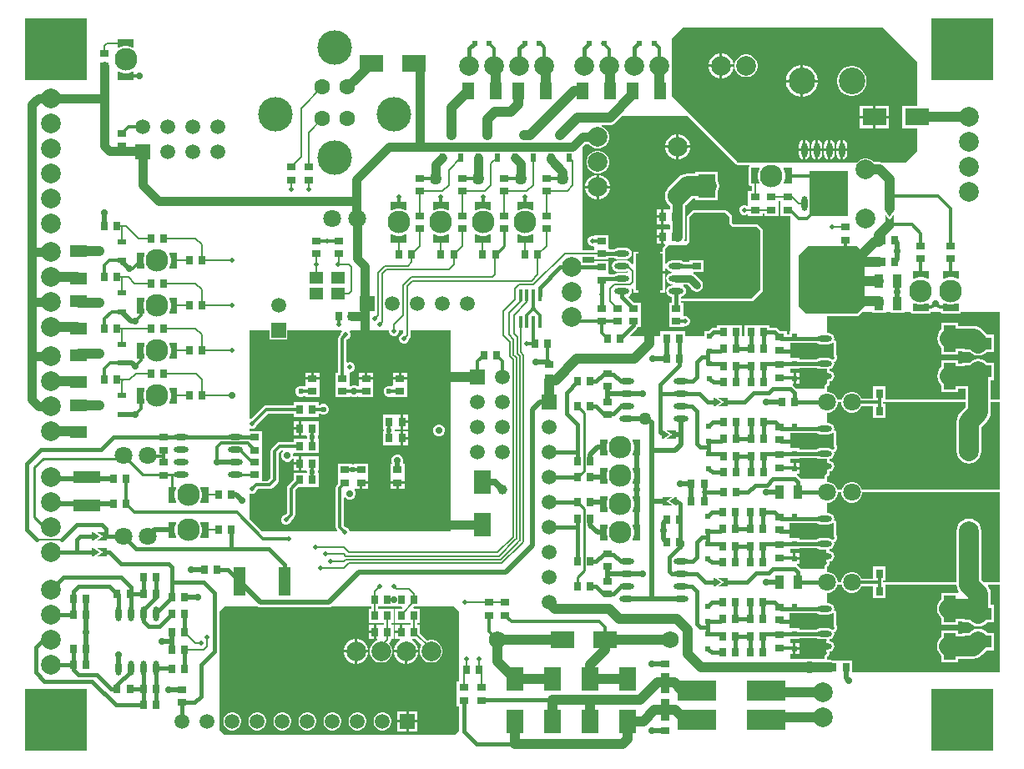
<source format=gbl>
G04*
G04 #@! TF.GenerationSoftware,Altium Limited,Altium Designer,22.8.2 (66)*
G04*
G04 Layer_Physical_Order=4*
G04 Layer_Color=16711680*
%FSLAX44Y44*%
%MOMM*%
G71*
G04*
G04 #@! TF.SameCoordinates,5F540E87-1B0C-4F24-9FDC-59AD78F45D3A*
G04*
G04*
G04 #@! TF.FilePolarity,Positive*
G04*
G01*
G75*
%ADD10C,0.2000*%
%ADD12C,0.2500*%
%ADD15C,0.3000*%
%ADD38C,0.9000*%
%ADD39C,1.0000*%
%ADD40C,0.3810*%
%ADD41C,2.3000*%
%ADD42C,2.0000*%
%ADD43C,1.8000*%
%ADD44R,1.5000X1.5000*%
%ADD45C,1.5000*%
%ADD46R,1.5000X1.5000*%
%ADD47C,1.7500*%
%ADD48C,2.7000*%
%ADD49C,3.5000*%
%ADD50C,1.6000*%
%ADD51R,6.3500X6.3500*%
%ADD52C,0.5000*%
%ADD53C,0.7000*%
%ADD54C,0.6000*%
%ADD55C,1.0000*%
%ADD56C,0.4900*%
%ADD57C,0.8000*%
%ADD58C,1.2700*%
%ADD74R,0.9500X0.7000*%
%ADD75R,0.7000X0.9500*%
%ADD76R,0.4000X1.6000*%
%ADD77R,2.7500X1.2500*%
%ADD78R,1.2500X2.7500*%
%ADD79O,1.5000X0.6000*%
%ADD80R,5.6500X6.7000*%
%ADD81R,1.2000X2.9500*%
%ADD82R,1.6000X0.4000*%
%ADD83R,0.6000X0.5000*%
%ADD84O,0.6000X1.5000*%
%AMCUSTOMSHAPE85*
4,1,5,-0.0508,0.4064,-0.6096,0.0000,0.0000,-0.4064,0.2032,-0.4064,0.2032,0.4064,-0.0508,0.4064,0.0*%
%ADD85CUSTOMSHAPE85*%

%AMCUSTOMSHAPE86*
4,1,5,-0.0952,0.4064,-0.0952,-0.4064,0.9144,-0.4064,0.3048,0.0000,0.8636,0.4064,-0.0952,0.4064,0.0*%
%ADD86CUSTOMSHAPE86*%

%ADD87R,1.4000X1.2000*%
%ADD88R,1.7500X2.4500*%
%ADD89R,2.4500X1.7500*%
%ADD90R,1.2500X1.7500*%
%ADD91R,0.6000X0.9000*%
%AMCUSTOMSHAPE92*
4,1,5,0.0952,-0.4064,0.0952,0.4064,-0.9144,0.4064,-0.3048,0.0000,-0.8636,-0.4064,0.0952,-0.4064,0.0*%
%ADD92CUSTOMSHAPE92*%

%AMCUSTOMSHAPE93*
4,1,5,0.0508,-0.4064,0.6096,0.0000,0.0000,0.4064,-0.2032,0.4064,-0.2032,-0.4064,0.0508,-0.4064,0.0*%
%ADD93CUSTOMSHAPE93*%

%ADD94O,0.4000X1.2200*%
G04:AMPARAMS|DCode=95|XSize=4.3mm|YSize=4.8mm|CornerRadius=1.075mm|HoleSize=0mm|Usage=FLASHONLY|Rotation=0.000|XOffset=0mm|YOffset=0mm|HoleType=Round|Shape=RoundedRectangle|*
%AMROUNDEDRECTD95*
21,1,4.3000,2.6500,0,0,0.0*
21,1,2.1500,4.8000,0,0,0.0*
1,1,2.1500,1.0750,-1.3250*
1,1,2.1500,-1.0750,-1.3250*
1,1,2.1500,-1.0750,1.3250*
1,1,2.1500,1.0750,1.3250*
%
%ADD95ROUNDEDRECTD95*%
%AMCUSTOMSHAPE96*
4,1,5,-0.4064,-0.0952,0.4064,-0.0952,0.4064,0.9144,0.0000,0.3048,-0.4064,0.8636,-0.4064,-0.0952,0.0*%
%ADD96CUSTOMSHAPE96*%

%AMCUSTOMSHAPE97*
4,1,5,-0.4064,-0.0508,0.0000,-0.6096,0.4064,0.0000,0.4064,0.2032,-0.4064,0.2032,-0.4064,-0.0508,0.0*%
%ADD97CUSTOMSHAPE97*%

%ADD98R,2.7100X3.7000*%
%ADD99R,0.9500X1.4000*%
%ADD100R,4.0000X2.0000*%
%AMCUSTOMSHAPE101*
4,1,14,-3.9883,-2.1400,-2.5883,-2.1400,-2.5883,-1.6750,-1.6884,-1.6750,-1.6934,-2.1400,-0.2884,-2.1400,-0.2884,-1.6750,0.8516,-1.6750,0.8516,-0.9250,0.2916,-0.9250,0.2916,-0.3450,0.8516,-0.3450,0.8516,0.4050,-3.9883,0.4050,-3.9883,-2.1400,0.0*%
%ADD101CUSTOMSHAPE101*%

%AMCUSTOMSHAPE102*
4,1,14,-3.9883,2.1400,-2.5883,2.1400,-2.5883,1.6750,-1.6884,1.6750,-1.6934,2.1400,-0.2884,2.1400,-0.2884,1.6750,0.8516,1.6750,0.8516,0.9250,0.2916,0.9250,0.2916,0.3450,0.8516,0.3450,0.8516,-0.4050,-3.9883,-0.4050,-3.9883,2.1400,0.0*%
%ADD102CUSTOMSHAPE102*%

%ADD103R,0.5000X0.6000*%
%ADD104R,0.9000X0.6000*%
%ADD105R,1.7500X1.2500*%
%ADD106C,0.5000*%
%ADD107C,2.0000*%
%ADD108C,0.7000*%
%ADD109C,0.7300*%
%ADD110R,3.8802X4.5459*%
%ADD111R,2.7900X1.4892*%
%ADD112R,8.0460X8.1280*%
%ADD113R,2.2000X5.5000*%
G36*
X578230Y1113590D02*
X576539Y1113588D01*
X576539Y1113588D01*
X575038Y1114239D01*
X571862Y1114995D01*
X568597Y1114996D01*
X565421Y1114240D01*
X563920Y1113590D01*
X562230Y1113590D01*
Y1121590D01*
X578230D01*
Y1113590D01*
D02*
G37*
G36*
Y1088590D02*
Y1080590D01*
X562230D01*
Y1088590D01*
X563920Y1088590D01*
X565421Y1087940D01*
X568597Y1087184D01*
X571862Y1087185D01*
X575038Y1087941D01*
X576539Y1088592D01*
X576539Y1088592D01*
X578230Y1088590D01*
D02*
G37*
G36*
X1104614Y1043940D02*
X1140463Y1043940D01*
X1189514Y994889D01*
X1190354Y994327D01*
X1191345Y994130D01*
X1202702D01*
X1203087Y992860D01*
X1203029Y992821D01*
X1202467Y991981D01*
X1202270Y990990D01*
Y974990D01*
X1202467Y973999D01*
X1203029Y973159D01*
X1203869Y972597D01*
X1204320Y972508D01*
Y972450D01*
X1204610D01*
X1204860Y972400D01*
X1205241D01*
Y967460D01*
X1201560D01*
Y955730D01*
X1201560Y955380D01*
Y954460D01*
X1201560Y954110D01*
Y953323D01*
X1200951Y952959D01*
X1200290Y952711D01*
X1198603Y953410D01*
X1196617D01*
X1194783Y952650D01*
X1193380Y951247D01*
X1192620Y949413D01*
Y947427D01*
X1193380Y945593D01*
X1194783Y944190D01*
X1196617Y943430D01*
X1198603D01*
X1200290Y944129D01*
X1200951Y943882D01*
X1201560Y943517D01*
Y942380D01*
X1216140D01*
Y944811D01*
X1218070D01*
Y942380D01*
X1232650D01*
Y954110D01*
X1232650Y954460D01*
Y955380D01*
X1232650Y955730D01*
Y957811D01*
X1234580D01*
Y955380D01*
X1234580D01*
Y954460D01*
X1234580D01*
Y942380D01*
X1244215D01*
X1244380Y942215D01*
X1244390Y924028D01*
Y825720D01*
X1243850D01*
Y822412D01*
X1240940D01*
Y825340D01*
X1234019D01*
X1231925Y827435D01*
X1230454Y828417D01*
X1228720Y828762D01*
X1223330D01*
Y831520D01*
X1211250D01*
Y831520D01*
X1210330D01*
Y831520D01*
X1198250D01*
Y820300D01*
X1195390D01*
Y831520D01*
X1183310D01*
Y831520D01*
X1182390D01*
Y831520D01*
X1170310D01*
Y828762D01*
X1166580D01*
X1166580Y828762D01*
X1164846Y828417D01*
X1163375Y827435D01*
X1161661Y825720D01*
X1157490D01*
Y820300D01*
X1137760D01*
Y825170D01*
X1125680D01*
Y825170D01*
X1124760D01*
Y825170D01*
X1112680D01*
Y820300D01*
X1082289D01*
X1081803Y821473D01*
X1088555Y828225D01*
X1089387Y829470D01*
X1092640D01*
Y841200D01*
X1092640Y841550D01*
Y842470D01*
X1092640Y842820D01*
Y854550D01*
X1085719D01*
X1080497Y859772D01*
X1080790Y861275D01*
X1082094Y862146D01*
X1083318Y863978D01*
X1083748Y866140D01*
X1083352Y868136D01*
X1083740Y868611D01*
X1085010Y868158D01*
Y864150D01*
X1099830D01*
Y885190D01*
Y906230D01*
X1085010D01*
Y894000D01*
X1083740Y893267D01*
X1083362Y893486D01*
X1083318Y893702D01*
X1082094Y895534D01*
X1080262Y896759D01*
X1078100Y897188D01*
X1069100D01*
X1066938Y896759D01*
X1065106Y895534D01*
X1063881Y893702D01*
X1063452Y891540D01*
X1063881Y889378D01*
X1065106Y887546D01*
X1066938Y886321D01*
X1069100Y885891D01*
X1078100D01*
X1078863Y886043D01*
X1079765Y885172D01*
X1078631Y884383D01*
X1078100Y884489D01*
X1069100D01*
X1066938Y884059D01*
X1065911Y883372D01*
X1060777D01*
X1060120Y884370D01*
X1060120Y884720D01*
Y896450D01*
X1045540D01*
Y894802D01*
X1033780D01*
Y900481D01*
X1045540D01*
Y898050D01*
X1060120D01*
Y899708D01*
X1065911D01*
X1066938Y899021D01*
X1069100Y898592D01*
X1078100D01*
X1080262Y899021D01*
X1082094Y900246D01*
X1083318Y902078D01*
X1083748Y904240D01*
X1083318Y906402D01*
X1082094Y908234D01*
X1080262Y909459D01*
X1078100Y909889D01*
X1069100D01*
X1066938Y909459D01*
X1065911Y908772D01*
X1061018D01*
X1060120Y909670D01*
Y911050D01*
X1060120Y911400D01*
Y923130D01*
X1045540D01*
Y922680D01*
X1044642Y922080D01*
X1042657D01*
X1040823Y921320D01*
X1039420Y919917D01*
X1038660Y918083D01*
Y916097D01*
X1039420Y914263D01*
X1040823Y912860D01*
X1042657Y912100D01*
X1044518D01*
X1045540Y911202D01*
Y910130D01*
X1045540Y909780D01*
Y907699D01*
X1033780D01*
Y1012308D01*
X1036721Y1015249D01*
X1039829D01*
X1041946Y1013132D01*
X1044573Y1011615D01*
X1047503Y1010830D01*
X1050537D01*
X1053467Y1011615D01*
X1056094Y1013132D01*
X1058238Y1015276D01*
X1059755Y1017903D01*
X1060540Y1020833D01*
Y1023867D01*
X1059755Y1026797D01*
X1058238Y1029424D01*
X1056094Y1031568D01*
X1053467Y1033085D01*
X1053168Y1033165D01*
X1053335Y1034435D01*
X1061270D01*
X1063238Y1034694D01*
X1065073Y1035454D01*
X1066648Y1036662D01*
X1073925Y1043940D01*
X1104614D01*
D02*
G37*
G36*
X1372780Y1098640D02*
X1372780Y1063200D01*
Y1054050D01*
X1357990D01*
Y1031470D01*
X1372780D01*
X1372780Y1008290D01*
X1361210Y996720D01*
X1336404D01*
X1334770Y996935D01*
X1329487D01*
X1327874Y998548D01*
X1325247Y1000065D01*
X1322317Y1000850D01*
X1319283D01*
X1316353Y1000065D01*
X1313727Y998548D01*
X1311898Y996720D01*
X1191345D01*
X1124260Y1063805D01*
Y1122450D01*
X1135690Y1133880D01*
X1337540D01*
X1372780Y1098640D01*
D02*
G37*
G36*
X1245860Y974990D02*
X1237860D01*
X1237860Y976680D01*
X1238510Y978181D01*
X1239266Y981357D01*
X1239265Y984622D01*
X1238509Y987798D01*
X1237858Y989299D01*
X1237858Y989299D01*
X1237860Y990990D01*
X1245860D01*
Y974990D01*
D02*
G37*
G36*
X1212862Y989299D02*
X1212862Y989299D01*
X1212211Y987798D01*
X1211455Y984622D01*
X1211454Y981357D01*
X1212210Y978181D01*
X1212860Y976680D01*
X1212860Y974990D01*
X1204860D01*
Y990990D01*
X1212860D01*
X1212862Y989299D01*
D02*
G37*
G36*
X983360Y948410D02*
X981670Y948410D01*
X980169Y949060D01*
X976993Y949816D01*
X973728Y949815D01*
X970551Y949059D01*
X969051Y948408D01*
X969051Y948408D01*
X967360Y948410D01*
Y956410D01*
X983360D01*
Y948410D01*
D02*
G37*
G36*
X940603D02*
X938913Y948410D01*
X937413Y949060D01*
X934236Y949816D01*
X930971Y949815D01*
X927795Y949059D01*
X926294Y948408D01*
X926294Y948408D01*
X924603Y948410D01*
Y956410D01*
X940603D01*
Y948410D01*
D02*
G37*
G36*
X897847D02*
X896156Y948410D01*
X894656Y949060D01*
X891479Y949816D01*
X888214Y949815D01*
X885038Y949059D01*
X883538Y948408D01*
X883538Y948408D01*
X881847Y948410D01*
Y956410D01*
X897847D01*
Y948410D01*
D02*
G37*
G36*
X855090D02*
X853400Y948410D01*
X851899Y949060D01*
X848723Y949816D01*
X845458Y949815D01*
X842281Y949059D01*
X840781Y948408D01*
X840781Y948408D01*
X839090Y948410D01*
Y956410D01*
X855090D01*
Y948410D01*
D02*
G37*
G36*
X970551Y922761D02*
X973728Y922005D01*
X976993Y922004D01*
X980169Y922760D01*
X981670Y923410D01*
X983360Y923410D01*
Y915410D01*
X967360D01*
Y923410D01*
X969051Y923412D01*
X970551Y922761D01*
D02*
G37*
G36*
X927795D02*
X930971Y922005D01*
X934236Y922004D01*
X937413Y922760D01*
X938913Y923410D01*
X940603Y923410D01*
Y915410D01*
X924603D01*
Y923410D01*
X926294Y923412D01*
X927795Y922761D01*
D02*
G37*
G36*
X885038D02*
X888214Y922005D01*
X891479Y922004D01*
X894656Y922760D01*
X896156Y923410D01*
X897847Y923410D01*
Y915410D01*
X881847D01*
Y923410D01*
X883538Y923412D01*
X885038Y922761D01*
D02*
G37*
G36*
X842281D02*
X845458Y922005D01*
X848723Y922004D01*
X851899Y922760D01*
X853400Y923410D01*
X855090Y923410D01*
Y915410D01*
X839090D01*
Y923410D01*
X840781Y923412D01*
X842281Y922761D01*
D02*
G37*
G36*
X622480Y889100D02*
X614480D01*
X614478Y890791D01*
X614478Y890791D01*
X615129Y892291D01*
X615885Y895468D01*
X615886Y898733D01*
X615130Y901909D01*
X614480Y903410D01*
X614480Y905100D01*
X622480D01*
Y889100D01*
D02*
G37*
G36*
X589480Y903410D02*
X588830Y901909D01*
X588074Y898733D01*
X588075Y895468D01*
X588831Y892291D01*
X589482Y890791D01*
X589480Y889100D01*
X581480D01*
Y905100D01*
X589480D01*
X589480Y903410D01*
D02*
G37*
G36*
X1415160Y878640D02*
X1413469Y878638D01*
X1413469Y878638D01*
X1411969Y879289D01*
X1408792Y880045D01*
X1405527Y880046D01*
X1402351Y879290D01*
X1400850Y878640D01*
X1399160Y878640D01*
Y886640D01*
X1415160D01*
Y878640D01*
D02*
G37*
G36*
X1384680D02*
X1382989Y878638D01*
X1382989Y878638D01*
X1381488Y879289D01*
X1378312Y880045D01*
X1375047Y880046D01*
X1371871Y879290D01*
X1370370Y878640D01*
X1368680Y878640D01*
Y886640D01*
X1384680D01*
Y878640D01*
D02*
G37*
G36*
X1415160Y853640D02*
Y845640D01*
X1399160D01*
Y853640D01*
X1400850Y853640D01*
X1402351Y852990D01*
X1405527Y852234D01*
X1408792Y852235D01*
X1411969Y852991D01*
X1413469Y853642D01*
X1413469Y853642D01*
X1415160Y853640D01*
D02*
G37*
G36*
X1384680D02*
Y845640D01*
X1368680D01*
Y853640D01*
X1370370Y853640D01*
X1371871Y852990D01*
X1375047Y852234D01*
X1378312Y852235D01*
X1381488Y852991D01*
X1382989Y853642D01*
X1382989Y853642D01*
X1384680Y853640D01*
D02*
G37*
G36*
X622480Y843380D02*
X614480D01*
X614478Y845071D01*
X614478Y845071D01*
X615129Y846571D01*
X615885Y849748D01*
X615886Y853013D01*
X615130Y856189D01*
X614480Y857690D01*
X614480Y859380D01*
X622480D01*
Y843380D01*
D02*
G37*
G36*
X589480Y857690D02*
X588830Y856189D01*
X588074Y853013D01*
X588075Y849748D01*
X588831Y846571D01*
X589482Y845071D01*
X589480Y843380D01*
X581480D01*
Y859380D01*
X589480D01*
X589480Y857690D01*
D02*
G37*
G36*
X1319530Y904240D02*
Y850529D01*
X1312281Y843280D01*
X1259840D01*
X1252620Y850500D01*
X1252620Y902100D01*
X1262380Y911860D01*
X1311910D01*
X1319530Y904240D01*
D02*
G37*
G36*
X1456520Y755701D02*
X1447748D01*
Y775791D01*
X1451390D01*
Y793371D01*
X1444162D01*
X1444044Y793524D01*
X1441424Y795535D01*
X1438374Y796798D01*
X1435100Y797229D01*
X1431826Y796798D01*
X1428776Y795535D01*
X1426156Y793524D01*
X1426003Y793371D01*
X1418810D01*
Y792428D01*
X1414960D01*
Y796070D01*
X1397380D01*
Y788842D01*
X1397226Y788724D01*
X1395216Y786104D01*
X1393953Y783054D01*
X1393522Y779780D01*
X1393953Y776506D01*
X1395216Y773456D01*
X1397226Y770836D01*
X1397380Y770718D01*
Y763490D01*
X1414960D01*
Y767132D01*
X1422452D01*
Y755701D01*
X1340660D01*
Y769290D01*
X1328580D01*
Y757230D01*
X1316599D01*
X1315248Y759570D01*
X1313289Y761529D01*
X1310891Y762914D01*
X1308215Y763631D01*
X1305445D01*
X1302769Y762914D01*
X1300370Y761529D01*
X1298412Y759570D01*
X1297027Y757171D01*
X1296616Y755640D01*
X1296310Y755701D01*
X1292350D01*
X1292043Y755640D01*
X1291633Y757171D01*
X1290248Y759570D01*
X1288289Y761529D01*
X1285891Y762914D01*
X1283215Y763631D01*
X1281830D01*
Y769350D01*
X1282821Y769547D01*
X1283661Y770109D01*
X1284223Y770949D01*
X1284420Y771940D01*
Y774368D01*
X1285392Y774561D01*
X1287224Y775786D01*
X1288449Y777618D01*
X1288878Y779780D01*
X1288449Y781942D01*
X1287224Y783774D01*
X1285392Y784999D01*
X1284420Y785192D01*
Y786832D01*
X1284374Y787059D01*
X1285392Y787261D01*
X1287224Y788486D01*
X1288449Y790318D01*
X1288878Y792480D01*
X1288601Y793875D01*
X1288954Y793950D01*
X1289320Y794107D01*
X1289698Y794233D01*
X1289937Y794369D01*
X1290007Y794430D01*
X1290094Y794466D01*
X1290387Y794759D01*
X1290700Y795030D01*
X1290742Y795114D01*
X1290808Y795180D01*
X1290967Y795563D01*
X1291152Y795934D01*
X1291159Y796027D01*
X1291195Y796114D01*
X1291274Y796511D01*
X1291549Y796922D01*
X1291709Y797308D01*
X1291895Y797681D01*
X1291901Y797772D01*
X1291936Y797856D01*
Y798273D01*
X1291965Y798689D01*
X1291815Y799858D01*
X1291786Y799944D01*
Y800035D01*
X1291627Y800420D01*
X1291494Y800816D01*
X1291434Y800885D01*
X1291400Y800968D01*
X1291278Y801151D01*
X1291231Y801387D01*
Y813720D01*
X1291206Y813847D01*
X1291218Y813974D01*
X1291108Y814338D01*
X1291034Y814712D01*
X1290962Y814818D01*
X1290925Y814941D01*
X1290684Y815235D01*
X1290472Y815552D01*
X1290365Y815623D01*
X1290284Y815722D01*
X1289948Y815902D01*
X1289632Y816113D01*
X1288717Y817070D01*
X1288878Y817880D01*
X1288449Y820042D01*
X1287224Y821874D01*
X1285392Y823099D01*
X1283230Y823529D01*
X1281830D01*
Y840690D01*
X1312281D01*
X1313272Y840887D01*
X1314112Y841449D01*
X1314112Y841449D01*
X1317214Y844551D01*
X1327120D01*
Y844102D01*
X1341700D01*
Y844551D01*
X1345620D01*
Y844102D01*
X1360200D01*
Y844551D01*
X1366353D01*
X1366849Y843809D01*
X1367689Y843247D01*
X1368680Y843050D01*
X1384680D01*
X1385671Y843247D01*
X1386511Y843809D01*
X1387007Y844551D01*
X1396833D01*
X1397329Y843809D01*
X1398169Y843247D01*
X1399160Y843050D01*
X1415160D01*
X1416151Y843247D01*
X1416991Y843809D01*
X1417487Y844551D01*
X1456520D01*
Y755701D01*
D02*
G37*
G36*
X899560Y621900D02*
X797550D01*
Y622023D01*
X796790Y623857D01*
X795387Y625260D01*
X793553Y626020D01*
X793395D01*
X791519Y627896D01*
Y656135D01*
X792789Y656629D01*
X794139Y655279D01*
X796359Y654360D01*
X798761D01*
X800981Y655279D01*
X802681Y656979D01*
X803600Y659199D01*
Y661601D01*
X802681Y663821D01*
X802132Y664370D01*
X802658Y665640D01*
X807720D01*
Y671680D01*
X808990D01*
Y672950D01*
X816280D01*
Y677370D01*
X816280Y677720D01*
Y678640D01*
X816280Y678990D01*
Y690720D01*
X801700D01*
Y690220D01*
X799770D01*
Y690720D01*
X785190D01*
Y678990D01*
X785190Y678640D01*
Y677720D01*
X785190Y677370D01*
Y670215D01*
X784487Y669513D01*
X783594Y668176D01*
X783281Y666600D01*
Y626190D01*
X783594Y624614D01*
X784487Y623277D01*
X784691Y623073D01*
X784205Y621900D01*
X708070D01*
X695560Y634410D01*
Y659922D01*
X696830Y660771D01*
X697507Y660490D01*
X699493D01*
X701327Y661250D01*
X702730Y662653D01*
X703490Y664487D01*
Y664645D01*
X704016Y665171D01*
X716280D01*
X717856Y665484D01*
X719193Y666377D01*
X724273Y671457D01*
X725166Y672794D01*
X725479Y674370D01*
Y701874D01*
X728146Y704541D01*
X729363D01*
X729889Y703271D01*
X728940Y702321D01*
X728020Y700101D01*
Y697699D01*
X728940Y695479D01*
X730639Y693780D01*
X732859Y692860D01*
X735261D01*
X737481Y693780D01*
X739181Y695479D01*
X739300Y695767D01*
X740570Y695515D01*
Y692150D01*
X745340D01*
Y698170D01*
X741370D01*
X740570Y698170D01*
X740100Y699245D01*
Y700101D01*
X740003Y700335D01*
X740949Y701370D01*
X752300D01*
X752650Y701370D01*
X753570D01*
X753920Y701370D01*
X765650D01*
Y715950D01*
X765650D01*
X765052Y716845D01*
X765150Y717083D01*
Y719150D01*
X765650D01*
Y733730D01*
X753920D01*
X753570Y733730D01*
X752650D01*
X752300Y733730D01*
X747880D01*
Y726440D01*
Y719150D01*
X752300D01*
X752650Y719150D01*
X753570D01*
X754070Y718650D01*
Y717083D01*
X754105Y716998D01*
X753404Y715950D01*
X752650D01*
X752300Y715950D01*
X740570D01*
Y712779D01*
X726440D01*
X724864Y712466D01*
X723527Y711573D01*
X718447Y706493D01*
X717554Y705156D01*
X717241Y703580D01*
Y676076D01*
X714574Y673409D01*
X709529D01*
X708330Y673580D01*
Y685660D01*
X708330D01*
Y686580D01*
X708330D01*
Y697410D01*
X708330Y698660D01*
X708330D01*
Y698680D01*
X708330D01*
Y710410D01*
X708330Y710760D01*
X708330D01*
Y711680D01*
X708330D01*
Y723760D01*
X695560D01*
Y725962D01*
X696830Y726811D01*
X697507Y726530D01*
X699493D01*
X701327Y727290D01*
X702730Y728693D01*
X703490Y730527D01*
Y730685D01*
X714549Y741743D01*
X740625D01*
Y738573D01*
X752355D01*
X752705Y738573D01*
X753625D01*
X753975Y738573D01*
X765705D01*
Y741743D01*
X767229D01*
X767806Y741166D01*
X769843Y740323D01*
X772047D01*
X774083Y741166D01*
X775641Y742725D01*
X776485Y744761D01*
Y746965D01*
X775641Y749001D01*
X774083Y750559D01*
X772047Y751403D01*
X769843D01*
X767806Y750559D01*
X767229Y749982D01*
X765705D01*
Y753153D01*
X753975D01*
X753625Y753153D01*
X752705D01*
X752355Y753153D01*
X740625D01*
Y749982D01*
X712843D01*
X711266Y749668D01*
X709930Y748775D01*
X697665Y736510D01*
X697507D01*
X696830Y736229D01*
X695560Y737078D01*
Y825900D01*
X716150D01*
Y817362D01*
X734190D01*
Y825900D01*
X788920D01*
X789446Y824630D01*
X789242Y824427D01*
X788483Y822593D01*
Y822435D01*
X787027Y820980D01*
X786134Y819644D01*
X785821Y818067D01*
Y783430D01*
X782650D01*
Y771700D01*
X782650Y771350D01*
Y770430D01*
X782650Y770080D01*
Y758350D01*
X797230D01*
Y758827D01*
X798500Y759353D01*
X798584Y759269D01*
X800804Y758350D01*
X803206D01*
X805426Y759269D01*
X805510Y759353D01*
X806780Y758827D01*
Y758350D01*
X821360D01*
Y770080D01*
X821360Y770430D01*
Y771350D01*
X821360Y771700D01*
Y776120D01*
X806780D01*
Y771700D01*
X806780Y771350D01*
Y770430D01*
X806780Y769953D01*
X805510Y769427D01*
X805426Y769510D01*
X803206Y770430D01*
X800804D01*
X798584Y769510D01*
X798500Y769427D01*
X797230Y769953D01*
X797230Y770430D01*
Y771350D01*
X797230Y771700D01*
Y782683D01*
X797230Y783430D01*
X798396Y783680D01*
X798553D01*
X800387Y784440D01*
X801790Y785843D01*
X802550Y787677D01*
Y789663D01*
X801790Y791497D01*
X800387Y792900D01*
X798553Y793660D01*
X796567D01*
X795329Y793147D01*
X794059Y793885D01*
Y816361D01*
X794308Y816610D01*
X794465D01*
X796299Y817370D01*
X797703Y818773D01*
X798463Y820607D01*
Y822593D01*
X797703Y824427D01*
X797499Y824630D01*
X798026Y825900D01*
X837570D01*
Y824507D01*
X838330Y822673D01*
X839733Y821270D01*
X841567Y820510D01*
X843553D01*
X845387Y821270D01*
X846790Y822673D01*
X847550Y824507D01*
Y825900D01*
X851863D01*
Y822870D01*
X851567D01*
X849733Y822110D01*
X848330Y820707D01*
X847570Y818873D01*
Y816887D01*
X848330Y815053D01*
X849733Y813650D01*
X851567Y812890D01*
X853553D01*
X855387Y813650D01*
X856790Y815053D01*
X857550Y816887D01*
Y817766D01*
X858024Y818240D01*
X858807Y819411D01*
X859081Y820792D01*
X859081Y820792D01*
Y825900D01*
X899560D01*
Y621900D01*
D02*
G37*
G36*
X1288641Y813720D02*
Y801132D01*
X1288838Y800141D01*
X1289246Y799530D01*
X1289396Y798361D01*
X1288834Y797521D01*
X1288655Y796619D01*
X1288416Y796483D01*
X1287367Y796260D01*
X1287224Y796474D01*
X1285392Y797699D01*
X1283230Y798129D01*
X1274230D01*
X1272068Y797699D01*
X1271041Y797012D01*
X1253930D01*
Y798020D01*
X1244390D01*
Y813348D01*
X1271041D01*
X1272068Y812661D01*
X1274230Y812232D01*
X1283230D01*
X1285392Y812661D01*
X1287224Y813886D01*
X1287371Y814106D01*
X1288641Y813720D01*
D02*
G37*
G36*
X622480Y797660D02*
X614480D01*
X614478Y799351D01*
X614478Y799351D01*
X615129Y800851D01*
X615885Y804028D01*
X615886Y807293D01*
X615130Y810469D01*
X614480Y811970D01*
X614480Y813660D01*
X622480D01*
Y797660D01*
D02*
G37*
G36*
X589480Y811970D02*
X588830Y810469D01*
X588074Y807293D01*
X588075Y804028D01*
X588831Y800851D01*
X589482Y799351D01*
X589480Y797660D01*
X581480D01*
Y813660D01*
X589480D01*
X589480Y811970D01*
D02*
G37*
G36*
X1272068Y787261D02*
X1274230Y786832D01*
X1281830D01*
Y785428D01*
X1280000D01*
Y779780D01*
Y774131D01*
X1281830D01*
Y772195D01*
X1281788Y771982D01*
X1281325Y771890D01*
X1281089Y771793D01*
X1280839Y771743D01*
X1280627Y771601D01*
X1280391Y771504D01*
X1280211Y771323D01*
X1279999Y771181D01*
X1279857Y770969D01*
X1279677Y770789D01*
X1279579Y770553D01*
X1279437Y770341D01*
X1279388Y770091D01*
X1279290Y769855D01*
Y769600D01*
X1279240Y769350D01*
Y767080D01*
X1250580D01*
X1247375Y770285D01*
X1246799Y770670D01*
X1247184Y771940D01*
X1247620D01*
Y777480D01*
Y783020D01*
X1244600D01*
Y786940D01*
X1253930D01*
Y787948D01*
X1271041D01*
X1272068Y787261D01*
D02*
G37*
G36*
X622480Y751940D02*
X614480D01*
X614478Y753631D01*
X614478Y753631D01*
X615129Y755132D01*
X615885Y758308D01*
X615886Y761573D01*
X615130Y764749D01*
X614480Y766250D01*
X614480Y767940D01*
X622480D01*
Y751940D01*
D02*
G37*
G36*
X589480Y766250D02*
X588830Y764749D01*
X588074Y761573D01*
X588075Y758308D01*
X588831Y755132D01*
X589482Y753631D01*
X589480Y751940D01*
X581480D01*
Y767940D01*
X589480D01*
X589480Y766250D01*
D02*
G37*
G36*
X1288641Y722281D02*
Y709692D01*
X1288838Y708701D01*
X1289246Y708090D01*
X1289396Y706921D01*
X1288834Y706081D01*
X1288655Y705179D01*
X1288416Y705043D01*
X1287367Y704820D01*
X1287224Y705034D01*
X1285392Y706259D01*
X1283230Y706689D01*
X1274230D01*
X1272068Y706259D01*
X1271041Y705572D01*
X1253930D01*
Y706580D01*
X1244600D01*
Y721908D01*
X1271041D01*
X1272068Y721221D01*
X1274230Y720791D01*
X1283230D01*
X1285392Y721221D01*
X1287224Y722446D01*
X1287371Y722666D01*
X1288641Y722281D01*
D02*
G37*
G36*
X1092300Y699390D02*
X1084300D01*
X1084300Y701080D01*
X1084950Y702581D01*
X1085706Y705757D01*
X1085706Y709022D01*
X1084949Y712198D01*
X1084298Y713699D01*
X1084298Y713699D01*
X1084300Y715390D01*
X1092300D01*
Y699390D01*
D02*
G37*
G36*
X1059302Y713699D02*
X1059302Y713699D01*
X1058652Y712198D01*
X1057895Y709022D01*
X1057894Y705757D01*
X1058650Y702581D01*
X1059300Y701080D01*
X1059300Y699390D01*
X1051300D01*
Y715390D01*
X1059300D01*
X1059302Y713699D01*
D02*
G37*
G36*
X1456520Y664260D02*
X1317350D01*
X1317043Y664199D01*
X1316633Y665731D01*
X1315248Y668129D01*
X1313289Y670088D01*
X1310891Y671473D01*
X1308215Y672190D01*
X1305445D01*
X1302769Y671473D01*
X1300370Y670088D01*
X1298412Y668129D01*
X1297027Y665731D01*
X1296616Y664199D01*
X1296310Y664260D01*
X1292350D01*
X1292043Y664199D01*
X1291633Y665731D01*
X1290248Y668129D01*
X1288289Y670088D01*
X1285891Y671473D01*
X1283215Y672190D01*
X1281830D01*
Y677910D01*
X1282821Y678107D01*
X1283661Y678669D01*
X1284223Y679509D01*
X1284420Y680500D01*
Y682928D01*
X1285392Y683121D01*
X1287224Y684346D01*
X1288449Y686178D01*
X1288878Y688340D01*
X1288449Y690502D01*
X1287224Y692334D01*
X1285392Y693559D01*
X1284420Y693752D01*
Y695391D01*
X1284374Y695619D01*
X1285392Y695821D01*
X1287224Y697046D01*
X1288449Y698878D01*
X1288878Y701040D01*
X1288601Y702435D01*
X1288954Y702510D01*
X1289320Y702667D01*
X1289698Y702793D01*
X1289937Y702929D01*
X1290007Y702990D01*
X1290094Y703026D01*
X1290387Y703319D01*
X1290700Y703590D01*
X1290742Y703674D01*
X1290808Y703740D01*
X1290967Y704123D01*
X1291152Y704494D01*
X1291159Y704587D01*
X1291195Y704674D01*
X1291274Y705071D01*
X1291549Y705482D01*
X1291709Y705868D01*
X1291895Y706241D01*
X1291901Y706332D01*
X1291936Y706416D01*
Y706833D01*
X1291965Y707249D01*
X1291815Y708418D01*
X1291786Y708504D01*
Y708595D01*
X1291627Y708980D01*
X1291494Y709376D01*
X1291434Y709445D01*
X1291400Y709529D01*
X1291278Y709711D01*
X1291231Y709947D01*
Y722281D01*
X1291206Y722406D01*
X1291218Y722534D01*
X1291108Y722898D01*
X1291034Y723272D01*
X1290962Y723378D01*
X1290925Y723501D01*
X1290684Y723795D01*
X1290472Y724112D01*
X1290365Y724183D01*
X1290284Y724282D01*
X1289948Y724462D01*
X1289632Y724673D01*
X1288717Y725630D01*
X1288878Y726440D01*
X1288449Y728602D01*
X1287224Y730434D01*
X1285392Y731659D01*
X1283230Y732088D01*
X1281830D01*
Y742591D01*
X1283215D01*
X1285891Y743308D01*
X1288289Y744693D01*
X1290248Y746651D01*
X1291633Y749050D01*
X1292350Y751726D01*
Y753111D01*
X1296310D01*
Y751726D01*
X1297027Y749050D01*
X1298412Y746651D01*
X1300370Y744693D01*
X1302769Y743308D01*
X1305445Y742591D01*
X1308215D01*
X1310891Y743308D01*
X1313289Y744693D01*
X1315248Y746651D01*
X1316599Y748992D01*
X1328580D01*
Y736930D01*
X1340660D01*
Y751510D01*
X1338739D01*
Y753111D01*
X1422452D01*
Y748189D01*
X1416636Y742374D01*
X1414626Y739754D01*
X1413363Y736704D01*
X1412932Y733430D01*
X1412932Y733430D01*
Y703670D01*
X1413363Y700396D01*
X1414626Y697346D01*
X1416636Y694726D01*
X1419256Y692716D01*
X1422306Y691453D01*
X1425580Y691022D01*
X1428854Y691453D01*
X1431904Y692716D01*
X1434524Y694726D01*
X1436534Y697346D01*
X1437797Y700396D01*
X1438228Y703670D01*
Y728191D01*
X1444043Y734006D01*
X1444044Y734006D01*
X1446054Y736626D01*
X1447317Y739676D01*
X1447748Y742950D01*
Y753111D01*
X1456520D01*
Y664260D01*
D02*
G37*
G36*
X1272068Y695821D02*
X1274230Y695391D01*
X1281830D01*
Y693988D01*
X1280000D01*
Y688340D01*
Y682691D01*
X1281830D01*
Y680755D01*
X1281788Y680542D01*
X1281325Y680450D01*
X1281089Y680353D01*
X1280839Y680303D01*
X1280627Y680161D01*
X1280391Y680064D01*
X1280211Y679883D01*
X1279999Y679742D01*
X1279857Y679529D01*
X1279677Y679349D01*
X1279579Y679113D01*
X1279437Y678901D01*
X1279388Y678651D01*
X1279290Y678416D01*
Y678160D01*
X1279240Y677910D01*
Y675640D01*
X1254819D01*
X1251615Y678845D01*
X1251038Y679230D01*
X1251423Y680500D01*
X1253930D01*
Y684770D01*
X1248890D01*
Y686040D01*
X1247620D01*
Y691580D01*
X1244600D01*
Y695500D01*
X1253930D01*
Y696508D01*
X1271041D01*
X1272068Y695821D01*
D02*
G37*
G36*
X1092300Y670603D02*
X1084300D01*
X1084300Y672293D01*
X1084950Y673794D01*
X1085706Y676970D01*
X1085706Y680236D01*
X1084949Y683412D01*
X1084298Y684912D01*
X1084298Y684912D01*
X1084300Y686603D01*
X1092300D01*
Y670603D01*
D02*
G37*
G36*
X1059302Y684912D02*
X1059302Y684912D01*
X1058652Y683412D01*
X1057895Y680236D01*
X1057894Y676970D01*
X1058650Y673794D01*
X1059300Y672293D01*
X1059300Y670603D01*
X1051300D01*
Y686603D01*
X1059300D01*
X1059302Y684912D01*
D02*
G37*
G36*
X1456520Y570230D02*
X1441174D01*
X1438228Y573176D01*
Y622390D01*
X1437797Y625664D01*
X1436534Y628714D01*
X1434524Y631334D01*
X1431904Y633344D01*
X1428854Y634607D01*
X1425580Y635038D01*
X1422306Y634607D01*
X1419256Y633344D01*
X1416636Y631334D01*
X1414626Y628714D01*
X1413363Y625664D01*
X1412932Y622390D01*
Y570230D01*
X1338739D01*
Y571830D01*
X1340660D01*
Y586410D01*
X1328580D01*
Y574349D01*
X1316599D01*
X1315248Y576689D01*
X1313289Y578648D01*
X1310891Y580033D01*
X1308215Y580750D01*
X1305445D01*
X1302769Y580033D01*
X1300370Y578648D01*
X1298412Y576689D01*
X1297027Y574291D01*
X1296310Y571615D01*
Y570230D01*
X1292350D01*
Y571615D01*
X1291633Y574291D01*
X1290248Y576689D01*
X1288289Y578648D01*
X1285891Y580033D01*
X1283215Y580750D01*
X1281830D01*
Y586416D01*
X1282341Y586517D01*
X1283181Y587079D01*
X1283743Y587919D01*
X1283940Y588910D01*
Y591393D01*
X1285392Y591681D01*
X1287224Y592906D01*
X1288449Y594738D01*
X1288878Y596900D01*
X1288449Y599062D01*
X1287224Y600894D01*
X1285392Y602119D01*
X1283940Y602407D01*
Y603801D01*
X1283884Y604082D01*
X1285392Y604381D01*
X1287224Y605606D01*
X1288449Y607438D01*
X1288878Y609600D01*
X1288601Y610995D01*
X1288954Y611070D01*
X1289320Y611227D01*
X1289698Y611353D01*
X1289937Y611489D01*
X1290007Y611550D01*
X1290094Y611586D01*
X1290387Y611879D01*
X1290700Y612150D01*
X1290742Y612234D01*
X1290808Y612300D01*
X1290967Y612683D01*
X1291152Y613054D01*
X1291159Y613147D01*
X1291195Y613234D01*
X1291274Y613631D01*
X1291549Y614042D01*
X1291709Y614428D01*
X1291895Y614801D01*
X1291901Y614892D01*
X1291936Y614976D01*
Y615393D01*
X1291965Y615809D01*
X1291815Y616978D01*
X1291786Y617064D01*
Y617155D01*
X1291627Y617540D01*
X1291494Y617936D01*
X1291434Y618005D01*
X1291400Y618088D01*
X1291278Y618271D01*
X1291231Y618507D01*
Y630840D01*
X1291206Y630966D01*
X1291218Y631094D01*
X1291108Y631458D01*
X1291034Y631832D01*
X1290962Y631938D01*
X1290925Y632061D01*
X1290684Y632355D01*
X1290472Y632672D01*
X1290365Y632743D01*
X1290284Y632842D01*
X1289948Y633022D01*
X1289632Y633233D01*
X1288717Y634190D01*
X1288878Y635000D01*
X1288449Y637162D01*
X1287224Y638994D01*
X1285392Y640219D01*
X1283230Y640648D01*
X1281830D01*
Y651150D01*
X1283215D01*
X1285891Y651867D01*
X1288289Y653252D01*
X1290248Y655211D01*
X1291633Y657609D01*
X1292350Y660285D01*
Y661670D01*
X1296310D01*
Y660285D01*
X1297027Y657609D01*
X1298412Y655211D01*
X1300370Y653252D01*
X1302769Y651867D01*
X1305445Y651150D01*
X1308215D01*
X1310891Y651867D01*
X1313289Y653252D01*
X1315248Y655211D01*
X1316633Y657609D01*
X1317350Y660285D01*
Y661670D01*
X1456520D01*
Y570230D01*
D02*
G37*
G36*
X654230Y651130D02*
X646230D01*
X646228Y652821D01*
X646228Y652821D01*
X646879Y654321D01*
X647635Y657498D01*
X647636Y660763D01*
X646880Y663939D01*
X646230Y665440D01*
X646230Y667130D01*
X654230D01*
Y651130D01*
D02*
G37*
G36*
X621230Y665440D02*
X620580Y663939D01*
X619824Y660763D01*
X619825Y657498D01*
X620581Y654322D01*
X621232Y652821D01*
X621230Y651130D01*
X613230D01*
Y667130D01*
X621230D01*
X621230Y665440D01*
D02*
G37*
G36*
X1092300Y641817D02*
X1084300D01*
X1084300Y643507D01*
X1084950Y645007D01*
X1085706Y648184D01*
X1085706Y651449D01*
X1084949Y654625D01*
X1084298Y656125D01*
X1084298Y656125D01*
X1084300Y657817D01*
X1092300D01*
Y641817D01*
D02*
G37*
G36*
X1059302Y656125D02*
X1059302Y656125D01*
X1058652Y654625D01*
X1057895Y651449D01*
X1057894Y648184D01*
X1058650Y645007D01*
X1059300Y643507D01*
X1059300Y641817D01*
X1051300D01*
Y657817D01*
X1059300D01*
X1059302Y656125D01*
D02*
G37*
G36*
X1288641Y630840D02*
Y618252D01*
X1288838Y617261D01*
X1289246Y616650D01*
X1289396Y615481D01*
X1288834Y614641D01*
X1288655Y613739D01*
X1288416Y613603D01*
X1287367Y613380D01*
X1287224Y613594D01*
X1285392Y614819D01*
X1283230Y615248D01*
X1274230D01*
X1272068Y614819D01*
X1271041Y614132D01*
X1253450D01*
Y615140D01*
X1243370D01*
X1243330Y616393D01*
Y630468D01*
X1271041D01*
X1272068Y629781D01*
X1274230Y629352D01*
X1283230D01*
X1285392Y629781D01*
X1287224Y631006D01*
X1287371Y631226D01*
X1288641Y630840D01*
D02*
G37*
G36*
X654230Y615570D02*
X646230D01*
X646228Y617261D01*
X646228Y617261D01*
X646879Y618761D01*
X647635Y621938D01*
X647636Y625203D01*
X646880Y628379D01*
X646230Y629880D01*
X646230Y631570D01*
X654230D01*
Y615570D01*
D02*
G37*
G36*
X621230Y629880D02*
X620580Y628379D01*
X619824Y625203D01*
X619825Y621938D01*
X620581Y618761D01*
X621232Y617261D01*
X621230Y615570D01*
X613230D01*
Y631570D01*
X621230D01*
X621230Y629880D01*
D02*
G37*
G36*
X1092300Y613030D02*
X1084300D01*
X1084300Y614720D01*
X1084950Y616221D01*
X1085706Y619397D01*
X1085706Y622662D01*
X1084949Y625839D01*
X1084298Y627339D01*
X1084298Y627339D01*
X1084300Y629030D01*
X1092300D01*
Y613030D01*
D02*
G37*
G36*
X1059302Y627339D02*
X1059302Y627339D01*
X1058652Y625839D01*
X1057895Y622662D01*
X1057894Y619397D01*
X1058650Y616221D01*
X1059300Y614720D01*
X1059300Y613030D01*
X1051300D01*
Y629030D01*
X1059300D01*
X1059302Y627339D01*
D02*
G37*
G36*
X1272068Y604381D02*
X1274230Y603951D01*
X1280050D01*
X1280118Y603819D01*
X1280000Y603626D01*
Y596900D01*
Y591251D01*
X1281350D01*
Y589165D01*
X1281307Y588948D01*
X1281089Y588858D01*
X1280839Y588808D01*
X1280627Y588667D01*
X1280391Y588569D01*
X1280211Y588389D01*
X1279999Y588247D01*
X1279857Y588035D01*
X1279677Y587855D01*
X1279579Y587619D01*
X1279437Y587407D01*
X1279388Y587157D01*
X1279290Y586921D01*
Y586666D01*
X1279240Y586416D01*
Y584200D01*
X1254819D01*
X1251615Y587405D01*
X1251038Y587790D01*
X1251423Y589060D01*
X1253450D01*
Y593330D01*
X1248410D01*
Y594600D01*
X1247140D01*
Y600140D01*
X1244600D01*
Y604060D01*
X1253450D01*
Y605068D01*
X1271041D01*
X1272068Y604381D01*
D02*
G37*
G36*
X1297027Y566169D02*
X1298412Y563771D01*
X1300370Y561812D01*
X1302769Y560427D01*
X1305445Y559710D01*
X1308215D01*
X1310891Y560427D01*
X1313289Y561812D01*
X1315248Y563771D01*
X1316599Y566111D01*
X1328580D01*
Y554050D01*
X1340660D01*
Y567640D01*
X1412932D01*
X1412975Y567609D01*
X1413363Y564663D01*
X1414626Y561613D01*
X1415025Y561093D01*
X1414378Y559850D01*
X1397380D01*
Y553005D01*
X1396726Y552504D01*
X1394716Y549884D01*
X1393453Y546834D01*
X1393022Y543560D01*
X1393453Y540286D01*
X1394716Y537236D01*
X1396726Y534616D01*
X1397380Y534115D01*
Y527270D01*
X1414960D01*
Y530912D01*
X1418810D01*
Y529971D01*
X1425655D01*
X1426156Y529317D01*
X1428776Y527307D01*
X1431826Y526044D01*
X1435100Y525613D01*
X1438374Y526044D01*
X1441424Y527307D01*
X1444044Y529317D01*
X1444545Y529971D01*
X1451390D01*
Y547551D01*
X1447748D01*
Y558417D01*
X1447317Y561690D01*
X1446054Y564741D01*
X1444803Y566370D01*
X1445430Y567640D01*
X1456520D01*
Y478790D01*
X1306870D01*
Y491160D01*
X1294790D01*
Y491160D01*
X1293870D01*
Y491160D01*
X1287183D01*
X1287048Y491216D01*
X1285080Y491475D01*
X1281830D01*
Y495126D01*
X1282341Y495227D01*
X1283181Y495789D01*
X1283743Y496629D01*
X1283940Y497620D01*
Y499953D01*
X1285392Y500241D01*
X1287224Y501466D01*
X1288449Y503298D01*
X1288878Y505460D01*
X1288449Y507622D01*
X1287224Y509454D01*
X1285392Y510679D01*
X1283940Y510967D01*
Y512511D01*
X1283913Y512647D01*
X1285392Y512941D01*
X1287224Y514166D01*
X1288449Y515998D01*
X1288878Y518160D01*
X1288601Y519555D01*
X1288954Y519630D01*
X1289320Y519787D01*
X1289698Y519913D01*
X1289937Y520049D01*
X1290007Y520110D01*
X1290094Y520146D01*
X1290387Y520439D01*
X1290700Y520710D01*
X1290742Y520794D01*
X1290808Y520860D01*
X1290967Y521243D01*
X1291152Y521614D01*
X1291159Y521707D01*
X1291195Y521794D01*
X1291274Y522191D01*
X1291549Y522602D01*
X1291709Y522988D01*
X1291895Y523361D01*
X1291901Y523452D01*
X1291936Y523536D01*
Y523953D01*
X1291965Y524369D01*
X1291815Y525538D01*
X1291786Y525624D01*
Y525715D01*
X1291627Y526100D01*
X1291494Y526496D01*
X1291434Y526565D01*
X1291400Y526648D01*
X1291278Y526831D01*
X1291231Y527067D01*
Y539400D01*
X1291206Y539526D01*
X1291218Y539654D01*
X1291108Y540018D01*
X1291034Y540392D01*
X1290962Y540498D01*
X1290925Y540621D01*
X1290684Y540915D01*
X1290472Y541232D01*
X1290365Y541303D01*
X1290284Y541402D01*
X1289948Y541582D01*
X1289632Y541793D01*
X1288717Y542750D01*
X1288878Y543560D01*
X1288449Y545722D01*
X1287224Y547554D01*
X1285392Y548779D01*
X1283230Y549208D01*
X1281830D01*
Y559710D01*
X1283215D01*
X1285891Y560427D01*
X1288289Y561812D01*
X1290248Y563771D01*
X1291633Y566169D01*
X1292043Y567701D01*
X1292350Y567640D01*
X1296310D01*
X1296616Y567701D01*
X1297027Y566169D01*
D02*
G37*
G36*
X1288641Y539400D02*
Y526812D01*
X1288838Y525821D01*
X1289246Y525210D01*
X1289396Y524041D01*
X1288834Y523201D01*
X1288655Y522299D01*
X1288416Y522163D01*
X1287367Y521940D01*
X1287224Y522154D01*
X1285392Y523379D01*
X1283230Y523809D01*
X1274230D01*
X1272068Y523379D01*
X1271041Y522692D01*
X1253450D01*
Y523700D01*
X1243370D01*
X1243330Y524953D01*
Y539028D01*
X1271041D01*
X1272068Y538341D01*
X1274230Y537911D01*
X1283230D01*
X1285392Y538341D01*
X1287224Y539566D01*
X1287371Y539786D01*
X1288641Y539400D01*
D02*
G37*
G36*
X908050Y541020D02*
Y469740D01*
X905840D01*
Y457660D01*
X905840D01*
Y456740D01*
X905840D01*
Y444660D01*
X908050D01*
Y419100D01*
X904240Y415290D01*
X670560D01*
X665480Y420370D01*
X665480Y541020D01*
X670560Y546100D01*
X703570D01*
X704974Y545162D01*
X706940Y544771D01*
X775965D01*
X777931Y545162D01*
X779334Y546100D01*
X816770D01*
Y545610D01*
X819201D01*
Y543680D01*
X816770D01*
Y529100D01*
X828500D01*
X828850Y529100D01*
X829770D01*
X830120Y529100D01*
X832201D01*
Y527170D01*
X830120D01*
X829770Y527170D01*
X828850D01*
X828500Y527170D01*
X824080D01*
Y519880D01*
Y512590D01*
X825302D01*
X825469Y511320D01*
X824703Y511115D01*
X822076Y509598D01*
X819932Y507453D01*
X818415Y504827D01*
X817630Y501897D01*
Y498863D01*
X818415Y495933D01*
X819932Y493307D01*
X822076Y491162D01*
X824703Y489645D01*
X827633Y488860D01*
X830667D01*
X833597Y489645D01*
X836223Y491162D01*
X838368Y493307D01*
X839885Y495933D01*
X840670Y498863D01*
Y501897D01*
X839885Y504827D01*
X838368Y507453D01*
X837413Y508409D01*
X838362Y509359D01*
X839145Y510530D01*
X839419Y511911D01*
Y512590D01*
X841850D01*
Y527170D01*
X839419D01*
Y529100D01*
X841850D01*
Y543680D01*
X830120D01*
X829770Y543680D01*
X828850D01*
X828500Y543680D01*
X826419D01*
Y545610D01*
X828850D01*
Y545610D01*
X829770D01*
Y545610D01*
X841850D01*
Y546100D01*
X843440D01*
Y545610D01*
X850281D01*
X850807Y544411D01*
X850220Y543680D01*
X843440D01*
Y529100D01*
X855170D01*
X855520Y529100D01*
Y529100D01*
X856440D01*
Y529100D01*
X858871D01*
Y527170D01*
X856440D01*
X856440Y527170D01*
X855520D01*
Y527170D01*
X855170Y527170D01*
X850750D01*
Y519880D01*
X849480D01*
Y518610D01*
X843440D01*
Y512590D01*
X848078D01*
X848419Y511320D01*
X846850Y510415D01*
X844516Y508080D01*
X842865Y505220D01*
X842010Y502031D01*
Y501650D01*
X854550D01*
X867090D01*
Y502031D01*
X866235Y505220D01*
X864585Y508080D01*
X862250Y510415D01*
X860681Y511320D01*
X861022Y512590D01*
X864666D01*
X870391Y506864D01*
X869215Y504827D01*
X868430Y501897D01*
Y498863D01*
X869215Y495933D01*
X870732Y493307D01*
X872877Y491162D01*
X875503Y489645D01*
X878433Y488860D01*
X881467D01*
X884397Y489645D01*
X887023Y491162D01*
X889168Y493307D01*
X890685Y495933D01*
X891470Y498863D01*
Y501897D01*
X890685Y504827D01*
X889168Y507453D01*
X887023Y509598D01*
X884397Y511115D01*
X881467Y511900D01*
X878433D01*
X876171Y511294D01*
X868520Y518944D01*
Y527170D01*
X866089D01*
Y529100D01*
X868520D01*
Y543680D01*
X862589D01*
X862063Y544879D01*
X862650Y545610D01*
X868520D01*
Y546100D01*
X902970D01*
X908050Y541020D01*
D02*
G37*
G36*
X1272068Y512941D02*
X1274230Y512511D01*
X1281350D01*
Y511109D01*
X1280000D01*
Y505460D01*
Y499812D01*
X1281350D01*
Y497875D01*
X1281307Y497658D01*
X1281089Y497568D01*
X1280839Y497518D01*
X1280627Y497377D01*
X1280391Y497279D01*
X1280211Y497099D01*
X1279999Y496957D01*
X1279857Y496745D01*
X1279677Y496564D01*
X1279579Y496329D01*
X1279437Y496117D01*
X1279388Y495867D01*
X1279290Y495631D01*
Y495376D01*
X1279240Y495126D01*
Y492760D01*
X1244600D01*
Y497620D01*
X1247140D01*
Y503160D01*
Y508700D01*
X1244600D01*
Y512620D01*
X1253450D01*
Y513628D01*
X1271041D01*
X1272068Y512941D01*
D02*
G37*
%LPC*%
G36*
X1131570Y1025060D02*
X1131189D01*
Y1013790D01*
X1142459D01*
Y1014171D01*
X1141605Y1017360D01*
X1139954Y1020220D01*
X1137619Y1022554D01*
X1134759Y1024205D01*
X1131570Y1025060D01*
D02*
G37*
G36*
X1128649D02*
X1128268D01*
X1125079Y1024205D01*
X1122219Y1022554D01*
X1119885Y1020220D01*
X1118234Y1017360D01*
X1117379Y1014171D01*
Y1013790D01*
X1128649D01*
Y1025060D01*
D02*
G37*
G36*
X1142459Y1011250D02*
X1131189D01*
Y999980D01*
X1131570D01*
X1134759Y1000835D01*
X1137619Y1002486D01*
X1139954Y1004820D01*
X1141605Y1007680D01*
X1142459Y1010869D01*
Y1011250D01*
D02*
G37*
G36*
X1128649D02*
X1117379D01*
Y1010869D01*
X1118234Y1007680D01*
X1119885Y1004820D01*
X1122219Y1002486D01*
X1125079Y1000835D01*
X1128268Y999980D01*
X1128649D01*
Y1011250D01*
D02*
G37*
G36*
X1050537Y1008470D02*
X1047503D01*
X1044573Y1007685D01*
X1041946Y1006168D01*
X1039802Y1004024D01*
X1038285Y1001397D01*
X1037500Y998467D01*
Y995433D01*
X1038285Y992503D01*
X1039802Y989876D01*
X1041946Y987732D01*
X1044573Y986215D01*
X1047503Y985430D01*
X1050537D01*
X1053467Y986215D01*
X1056094Y987732D01*
X1058238Y989876D01*
X1059755Y992503D01*
X1060540Y995433D01*
Y998467D01*
X1059755Y1001397D01*
X1058238Y1004024D01*
X1056094Y1006168D01*
X1053467Y1007685D01*
X1050537Y1008470D01*
D02*
G37*
G36*
X1170800Y987520D02*
X1148220D01*
Y985378D01*
X1140129D01*
X1140129Y985378D01*
X1136855Y984947D01*
X1133805Y983684D01*
X1131186Y981674D01*
X1120975Y971464D01*
X1118965Y968844D01*
X1117702Y965794D01*
X1117271Y962520D01*
X1117702Y959246D01*
X1118965Y956196D01*
X1120975Y953576D01*
X1122745Y952219D01*
Y949635D01*
X1121847Y948737D01*
X1120640D01*
X1120290Y948737D01*
X1115870D01*
Y941447D01*
Y934157D01*
X1120290D01*
X1120640Y934157D01*
X1121560D01*
X1122745Y933233D01*
Y928703D01*
X1121560Y928497D01*
X1120640D01*
Y928497D01*
X1115870D01*
Y921207D01*
Y913917D01*
X1116737D01*
X1117223Y912744D01*
X1115769Y911290D01*
X1115207Y910450D01*
X1115010Y909459D01*
Y906230D01*
X1102370D01*
Y886460D01*
X1117190D01*
Y888902D01*
X1118460Y889817D01*
X1118818Y889698D01*
X1118881Y889378D01*
X1120106Y887546D01*
X1121938Y886321D01*
X1124100Y885891D01*
X1124435D01*
X1125057Y884622D01*
X1124954Y884489D01*
X1124100D01*
X1121938Y884059D01*
X1120106Y882834D01*
X1118881Y881002D01*
X1118452Y878840D01*
X1118881Y876678D01*
X1120106Y874846D01*
X1121938Y873621D01*
X1124100Y873192D01*
X1124954D01*
X1125057Y873058D01*
X1124435Y871788D01*
X1124100D01*
X1121938Y871359D01*
X1120106Y870134D01*
X1118881Y868302D01*
X1118452Y866140D01*
X1118881Y863978D01*
X1120106Y862146D01*
X1121938Y860921D01*
X1124068Y860498D01*
Y854550D01*
X1121310D01*
Y842820D01*
X1121310Y842470D01*
Y841550D01*
X1121310Y841200D01*
Y829470D01*
X1135890D01*
Y829920D01*
X1136787Y830520D01*
X1138773D01*
X1140607Y831280D01*
X1142010Y832683D01*
X1142770Y834517D01*
Y836503D01*
X1142010Y838337D01*
X1140607Y839740D01*
X1138773Y840500D01*
X1136912D01*
X1135890Y841398D01*
Y842470D01*
X1135890Y842820D01*
Y854550D01*
X1133132D01*
Y855946D01*
X1205245D01*
X1206236Y856143D01*
X1207077Y856704D01*
X1215951Y865579D01*
X1216513Y866419D01*
X1216710Y867410D01*
Y927519D01*
X1216513Y928510D01*
X1215951Y929350D01*
X1212191Y933111D01*
X1211351Y933672D01*
X1210360Y933869D01*
X1186883D01*
X1184960Y935793D01*
Y941783D01*
X1184763Y942775D01*
X1184201Y943615D01*
X1180391Y947425D01*
X1179551Y947986D01*
X1178560Y948183D01*
X1145966D01*
X1144975Y947986D01*
X1144135Y947425D01*
X1139989Y943278D01*
X1139427Y942438D01*
X1139230Y941447D01*
Y917185D01*
X1137993Y915948D01*
X1137484Y916032D01*
X1136936Y917405D01*
X1137696Y919239D01*
X1137955Y921207D01*
Y952880D01*
X1138863Y953576D01*
X1145368Y960082D01*
X1148220D01*
Y957940D01*
X1170800D01*
Y967218D01*
X1171727Y969456D01*
X1172158Y972730D01*
X1171727Y976004D01*
X1170800Y978242D01*
Y987520D01*
D02*
G37*
G36*
X1050671Y984090D02*
X1050290D01*
Y972820D01*
X1061560D01*
Y973201D01*
X1060705Y976390D01*
X1059054Y979250D01*
X1056720Y981584D01*
X1053860Y983235D01*
X1050671Y984090D01*
D02*
G37*
G36*
X1047750D02*
X1047369D01*
X1044180Y983235D01*
X1041320Y981584D01*
X1038986Y979250D01*
X1037335Y976390D01*
X1036480Y973201D01*
Y972820D01*
X1047750D01*
Y984090D01*
D02*
G37*
G36*
X1061560Y970280D02*
X1050290D01*
Y959010D01*
X1050671D01*
X1053860Y959865D01*
X1056720Y961516D01*
X1059054Y963850D01*
X1060705Y966710D01*
X1061560Y969899D01*
Y970280D01*
D02*
G37*
G36*
X1047750D02*
X1036480D01*
Y969899D01*
X1037335Y966710D01*
X1038986Y963850D01*
X1041320Y961516D01*
X1044180Y959865D01*
X1047369Y959010D01*
X1047750D01*
Y970280D01*
D02*
G37*
G36*
X1113330Y948737D02*
X1108560D01*
Y942717D01*
X1113330D01*
Y948737D01*
D02*
G37*
G36*
Y940177D02*
X1108560D01*
Y934157D01*
X1113330D01*
Y940177D01*
D02*
G37*
G36*
X1113330Y928497D02*
X1108560D01*
Y922477D01*
X1113330D01*
Y928497D01*
D02*
G37*
G36*
Y919937D02*
X1108560D01*
Y913917D01*
X1113330D01*
Y919937D01*
D02*
G37*
G36*
X1117190Y883920D02*
X1102370D01*
Y864150D01*
X1117190D01*
Y883920D01*
D02*
G37*
%LPD*%
G36*
X1182370Y941783D02*
Y934720D01*
X1185811Y931279D01*
X1210360D01*
X1214120Y927519D01*
Y867410D01*
X1205245Y858535D01*
X1133132D01*
Y860498D01*
X1135262Y860921D01*
X1137094Y862146D01*
X1138318Y863978D01*
X1138748Y866140D01*
X1138318Y868302D01*
X1137094Y870134D01*
X1136424Y870582D01*
X1136170Y872279D01*
X1136374Y872529D01*
X1140043D01*
X1143675Y868896D01*
X1144117Y868131D01*
X1145334Y866914D01*
X1146826Y866052D01*
X1148489Y865607D01*
X1150211D01*
X1151874Y866052D01*
X1153366Y866914D01*
X1154583Y868131D01*
X1155444Y869622D01*
X1155890Y871286D01*
Y873008D01*
X1155444Y874671D01*
X1154583Y876162D01*
X1153366Y877380D01*
X1152600Y877822D01*
X1147120Y883303D01*
X1145956Y884080D01*
X1146341Y885350D01*
X1156640D01*
Y897430D01*
X1142060D01*
Y896072D01*
X1136289D01*
X1135262Y896759D01*
X1133100Y897188D01*
X1124100D01*
X1121938Y896759D01*
X1120106Y895534D01*
X1118881Y893702D01*
X1118870Y893644D01*
X1117600Y893769D01*
Y909459D01*
X1120831Y912690D01*
X1138398Y912690D01*
X1141820Y916113D01*
Y941447D01*
X1145966Y945593D01*
X1178560D01*
X1182370Y941783D01*
D02*
G37*
%LPC*%
G36*
X1175771Y1107280D02*
X1175390D01*
Y1096010D01*
X1186660D01*
Y1096391D01*
X1185805Y1099580D01*
X1184155Y1102440D01*
X1181820Y1104774D01*
X1178960Y1106425D01*
X1175771Y1107280D01*
D02*
G37*
G36*
X1172850D02*
X1172469D01*
X1169280Y1106425D01*
X1166420Y1104774D01*
X1164085Y1102440D01*
X1162435Y1099580D01*
X1161580Y1096391D01*
Y1096010D01*
X1172850D01*
Y1107280D01*
D02*
G37*
G36*
X1201037Y1106260D02*
X1198003D01*
X1195073Y1105475D01*
X1192447Y1103958D01*
X1190302Y1101814D01*
X1188785Y1099187D01*
X1188000Y1096257D01*
Y1093223D01*
X1188785Y1090293D01*
X1190302Y1087666D01*
X1192447Y1085522D01*
X1195073Y1084005D01*
X1198003Y1083220D01*
X1201037D01*
X1203967Y1084005D01*
X1206593Y1085522D01*
X1208738Y1087666D01*
X1210255Y1090293D01*
X1211040Y1093223D01*
Y1096257D01*
X1210255Y1099187D01*
X1208738Y1101814D01*
X1206593Y1103958D01*
X1203967Y1105475D01*
X1201037Y1106260D01*
D02*
G37*
G36*
X1186660Y1093470D02*
X1175390D01*
Y1082200D01*
X1175771D01*
X1178960Y1083055D01*
X1181820Y1084706D01*
X1184155Y1087040D01*
X1185805Y1089900D01*
X1186660Y1093089D01*
Y1093470D01*
D02*
G37*
G36*
X1172850D02*
X1161580D01*
Y1093089D01*
X1162435Y1089900D01*
X1164085Y1087040D01*
X1166420Y1084706D01*
X1169280Y1083055D01*
X1172469Y1082200D01*
X1172850D01*
Y1093470D01*
D02*
G37*
G36*
X1257610Y1095280D02*
X1257300D01*
Y1080510D01*
X1272070D01*
Y1080820D01*
X1271454Y1083919D01*
X1270245Y1086838D01*
X1268489Y1089465D01*
X1266255Y1091699D01*
X1263628Y1093455D01*
X1260709Y1094664D01*
X1257610Y1095280D01*
D02*
G37*
G36*
X1254760D02*
X1254450D01*
X1251351Y1094664D01*
X1248432Y1093455D01*
X1245805Y1091699D01*
X1243571Y1089465D01*
X1241815Y1086838D01*
X1240606Y1083919D01*
X1239990Y1080820D01*
Y1080510D01*
X1254760D01*
Y1095280D01*
D02*
G37*
G36*
X1308309Y1094260D02*
X1305351D01*
X1302449Y1093683D01*
X1299715Y1092551D01*
X1297255Y1090907D01*
X1295163Y1088815D01*
X1293519Y1086355D01*
X1292387Y1083621D01*
X1291810Y1080719D01*
Y1077761D01*
X1292387Y1074859D01*
X1293519Y1072125D01*
X1295163Y1069665D01*
X1297255Y1067573D01*
X1299715Y1065929D01*
X1302449Y1064797D01*
X1305351Y1064220D01*
X1308309D01*
X1311211Y1064797D01*
X1313945Y1065929D01*
X1316405Y1067573D01*
X1318497Y1069665D01*
X1320141Y1072125D01*
X1321273Y1074859D01*
X1321850Y1077761D01*
Y1080719D01*
X1321273Y1083621D01*
X1320141Y1086355D01*
X1318497Y1088815D01*
X1316405Y1090907D01*
X1313945Y1092551D01*
X1311211Y1093683D01*
X1308309Y1094260D01*
D02*
G37*
G36*
X1272070Y1077970D02*
X1257300D01*
Y1063200D01*
X1257610D01*
X1260709Y1063816D01*
X1263628Y1065025D01*
X1266255Y1066781D01*
X1268489Y1069015D01*
X1270245Y1071642D01*
X1271454Y1074561D01*
X1272070Y1077660D01*
Y1077970D01*
D02*
G37*
G36*
X1254760D02*
X1239990D01*
Y1077660D01*
X1240606Y1074561D01*
X1241815Y1071642D01*
X1243571Y1069015D01*
X1245805Y1066781D01*
X1248432Y1065025D01*
X1251351Y1063816D01*
X1254450Y1063200D01*
X1254760D01*
Y1077970D01*
D02*
G37*
G36*
X1344570Y1054050D02*
X1331050D01*
Y1044030D01*
X1344570D01*
Y1054050D01*
D02*
G37*
G36*
X1328510D02*
X1314990D01*
Y1044030D01*
X1328510D01*
Y1054050D01*
D02*
G37*
G36*
X1344570Y1041490D02*
X1331050D01*
Y1031470D01*
X1344570D01*
Y1041490D01*
D02*
G37*
G36*
X1328510D02*
X1314990D01*
Y1031470D01*
X1328510D01*
Y1041490D01*
D02*
G37*
G36*
X1297940Y1019436D02*
Y1010810D01*
X1302319D01*
Y1014040D01*
X1301889Y1016202D01*
X1300664Y1018034D01*
X1298832Y1019259D01*
X1297940Y1019436D01*
D02*
G37*
G36*
X1295400D02*
X1294508Y1019259D01*
X1292676Y1018034D01*
X1291451Y1016202D01*
X1291022Y1014040D01*
Y1010810D01*
X1295400D01*
Y1019436D01*
D02*
G37*
G36*
X1285240D02*
Y1010810D01*
X1289619D01*
Y1014040D01*
X1289189Y1016202D01*
X1287964Y1018034D01*
X1286132Y1019259D01*
X1285240Y1019436D01*
D02*
G37*
G36*
X1282700D02*
X1281808Y1019259D01*
X1279976Y1018034D01*
X1278751Y1016202D01*
X1278322Y1014040D01*
Y1010810D01*
X1282700D01*
Y1019436D01*
D02*
G37*
G36*
X1272540D02*
Y1010810D01*
X1276918D01*
Y1014040D01*
X1276489Y1016202D01*
X1275264Y1018034D01*
X1273432Y1019259D01*
X1272540Y1019436D01*
D02*
G37*
G36*
X1270000D02*
X1269108Y1019259D01*
X1267276Y1018034D01*
X1266051Y1016202D01*
X1265621Y1014040D01*
Y1010810D01*
X1270000D01*
Y1019436D01*
D02*
G37*
G36*
X1259840D02*
Y1010810D01*
X1264219D01*
Y1014040D01*
X1263789Y1016202D01*
X1262564Y1018034D01*
X1260732Y1019259D01*
X1259840Y1019436D01*
D02*
G37*
G36*
X1257300D02*
X1256408Y1019259D01*
X1254576Y1018034D01*
X1253351Y1016202D01*
X1252922Y1014040D01*
Y1010810D01*
X1257300D01*
Y1019436D01*
D02*
G37*
G36*
X1302319Y1008270D02*
X1297940D01*
Y999644D01*
X1298832Y999821D01*
X1300664Y1001046D01*
X1301889Y1002878D01*
X1302319Y1005040D01*
Y1008270D01*
D02*
G37*
G36*
X1295400D02*
X1291022D01*
Y1005040D01*
X1291451Y1002878D01*
X1292676Y1001046D01*
X1294508Y999821D01*
X1295400Y999644D01*
Y1008270D01*
D02*
G37*
G36*
X1289619D02*
X1285240D01*
Y999644D01*
X1286132Y999821D01*
X1287964Y1001046D01*
X1289189Y1002878D01*
X1289619Y1005040D01*
Y1008270D01*
D02*
G37*
G36*
X1282700D02*
X1278322D01*
Y1005040D01*
X1278751Y1002878D01*
X1279976Y1001046D01*
X1281808Y999821D01*
X1282700Y999644D01*
Y1008270D01*
D02*
G37*
G36*
X1276918D02*
X1272540D01*
Y999644D01*
X1273432Y999821D01*
X1275264Y1001046D01*
X1276489Y1002878D01*
X1276918Y1005040D01*
Y1008270D01*
D02*
G37*
G36*
X1270000D02*
X1265621D01*
Y1005040D01*
X1266051Y1002878D01*
X1267276Y1001046D01*
X1269108Y999821D01*
X1270000Y999644D01*
Y1008270D01*
D02*
G37*
G36*
X1264219D02*
X1259840D01*
Y999644D01*
X1260732Y999821D01*
X1262564Y1001046D01*
X1263789Y1002878D01*
X1264219Y1005040D01*
Y1008270D01*
D02*
G37*
G36*
X1257300D02*
X1252922D01*
Y1005040D01*
X1253351Y1002878D01*
X1254576Y1001046D01*
X1256408Y999821D01*
X1257300Y999644D01*
Y1008270D01*
D02*
G37*
G36*
X1414960Y834170D02*
X1397380D01*
Y826942D01*
X1397226Y826824D01*
X1395216Y824204D01*
X1393953Y821154D01*
X1393522Y817880D01*
X1393953Y814606D01*
X1395216Y811556D01*
X1397226Y808936D01*
X1397380Y808818D01*
Y801590D01*
X1414960D01*
Y805232D01*
X1418810D01*
Y804291D01*
X1426003D01*
X1426156Y804137D01*
X1428776Y802127D01*
X1431826Y800864D01*
X1435100Y800433D01*
X1438374Y800864D01*
X1441424Y802127D01*
X1444044Y804137D01*
X1444162Y804291D01*
X1451390D01*
Y821871D01*
X1444162D01*
X1444044Y822025D01*
X1439245Y826824D01*
X1436625Y828834D01*
X1433574Y830097D01*
X1430301Y830528D01*
X1430301Y830528D01*
X1414960D01*
Y834170D01*
D02*
G37*
G36*
X855650Y783430D02*
X849630D01*
Y778660D01*
X855650D01*
Y783430D01*
D02*
G37*
G36*
X847090D02*
X841070D01*
Y778660D01*
X847090D01*
Y783430D01*
D02*
G37*
G36*
X821360Y783430D02*
X815340D01*
Y778660D01*
X821360D01*
Y783430D01*
D02*
G37*
G36*
X812800D02*
X806780D01*
Y778660D01*
X812800D01*
Y783430D01*
D02*
G37*
G36*
X766750D02*
X760730D01*
Y778660D01*
X766750D01*
Y783430D01*
D02*
G37*
G36*
X758190D02*
X752170D01*
Y778660D01*
X758190D01*
Y783430D01*
D02*
G37*
G36*
X855650Y776120D02*
X848360D01*
X841070D01*
Y771700D01*
X841070Y771350D01*
Y770307D01*
X839800Y769459D01*
X838662Y769930D01*
X836458D01*
X834422Y769087D01*
X832863Y767528D01*
X832020Y765492D01*
Y763288D01*
X832863Y761252D01*
X834422Y759693D01*
X836458Y758850D01*
X838662D01*
X839800Y759321D01*
X841070Y758473D01*
Y758350D01*
X855650D01*
Y770080D01*
X855650Y770430D01*
Y771350D01*
X855650Y771700D01*
Y776120D01*
D02*
G37*
G36*
X766750Y776120D02*
X752170D01*
Y771700D01*
X752170Y771350D01*
Y770430D01*
X752170Y770080D01*
Y769731D01*
X751480Y769345D01*
X750900Y769136D01*
X748982Y769930D01*
X746778D01*
X744742Y769087D01*
X743184Y767528D01*
X742340Y765492D01*
Y763288D01*
X743184Y761252D01*
X744742Y759693D01*
X746778Y758850D01*
X748982D01*
X750900Y759644D01*
X751480Y759435D01*
X752170Y759049D01*
Y758350D01*
X766750D01*
Y770080D01*
X766750Y770430D01*
Y771350D01*
X766750Y771700D01*
Y776120D01*
D02*
G37*
G36*
X851830Y740463D02*
Y734443D01*
X856600D01*
Y740463D01*
X851830D01*
D02*
G37*
G36*
X745340Y733730D02*
X740570D01*
Y727710D01*
X745340D01*
Y733730D01*
D02*
G37*
G36*
X856600Y731903D02*
X851830D01*
Y725883D01*
X856600D01*
Y731903D01*
D02*
G37*
G36*
X745340Y725170D02*
X740570D01*
Y719150D01*
X745340D01*
Y725170D01*
D02*
G37*
G36*
X889171Y730958D02*
X886769D01*
X884549Y730039D01*
X882850Y728340D01*
X881930Y726120D01*
Y723717D01*
X882850Y721497D01*
X884549Y719798D01*
X886769Y718878D01*
X889171D01*
X891391Y719798D01*
X893091Y721497D01*
X894010Y723717D01*
Y726120D01*
X893091Y728340D01*
X891391Y730039D01*
X889171Y730958D01*
D02*
G37*
G36*
X851830Y723953D02*
Y717933D01*
X856600D01*
Y723953D01*
X851830D01*
D02*
G37*
G36*
X856600Y715393D02*
X851830D01*
Y709373D01*
X856600D01*
Y715393D01*
D02*
G37*
G36*
X844520Y740463D02*
X843600D01*
X843250Y740463D01*
X831520D01*
Y725883D01*
X832020D01*
Y723953D01*
X831520D01*
Y709373D01*
X843250D01*
X843600Y709373D01*
X844520D01*
X844870Y709373D01*
X849290D01*
Y716663D01*
Y723953D01*
X844870D01*
X844520Y723953D01*
X843600D01*
X843341Y724213D01*
Y725624D01*
X843600Y725883D01*
X844520D01*
X844870Y725883D01*
X849290D01*
Y733173D01*
X850560D01*
D01*
X849290D01*
Y740463D01*
X844870D01*
X844520Y740463D01*
D02*
G37*
G36*
X753570Y698170D02*
X752650D01*
X752300Y698170D01*
X747880D01*
Y690880D01*
Y683590D01*
X752300D01*
X752650Y683590D01*
X753570D01*
X753830Y683330D01*
Y681920D01*
X753570Y681660D01*
X752650D01*
X752300Y681660D01*
X740570D01*
Y674155D01*
X734957Y668543D01*
X734064Y667206D01*
X733751Y665630D01*
Y640516D01*
X731955Y638720D01*
X731797D01*
X729963Y637960D01*
X728560Y636557D01*
X727800Y634723D01*
Y632737D01*
X728560Y630903D01*
X729963Y629500D01*
X731797Y628740D01*
X733783D01*
X735617Y629500D01*
X737020Y630903D01*
X737780Y632737D01*
Y632895D01*
X740783Y635897D01*
X741676Y637234D01*
X741989Y638810D01*
Y663924D01*
X745145Y667080D01*
X752300D01*
X752650Y667080D01*
X753570D01*
X753920Y667080D01*
X765650D01*
Y681660D01*
X765150D01*
Y683590D01*
X765650D01*
Y698170D01*
X753920D01*
X753570Y698170D01*
D02*
G37*
G36*
X745340Y689610D02*
X740570D01*
Y683590D01*
X745340D01*
Y689610D01*
D02*
G37*
G36*
X847021Y699940D02*
X844619D01*
X842399Y699020D01*
X840699Y697321D01*
X839780Y695101D01*
Y692699D01*
X840162Y691776D01*
X839457Y690720D01*
X838530D01*
Y678990D01*
X838530Y678640D01*
Y677720D01*
X838530Y677370D01*
Y672950D01*
X845820D01*
X853110D01*
Y677370D01*
X853110Y677720D01*
Y678640D01*
X853110Y678990D01*
Y690720D01*
X852183D01*
X851478Y691776D01*
X851860Y692699D01*
Y695101D01*
X850940Y697321D01*
X849241Y699020D01*
X847021Y699940D01*
D02*
G37*
G36*
X853110Y670410D02*
X847090D01*
Y665640D01*
X853110D01*
Y670410D01*
D02*
G37*
G36*
X844550D02*
X838530D01*
Y665640D01*
X844550D01*
Y670410D01*
D02*
G37*
G36*
X816280D02*
X810260D01*
Y665640D01*
X816280D01*
Y670410D01*
D02*
G37*
G36*
X1277460Y785428D02*
X1274230D01*
X1272068Y784999D01*
X1270236Y783774D01*
X1269012Y781942D01*
X1268834Y781050D01*
X1277460D01*
Y785428D01*
D02*
G37*
G36*
X1253930Y783020D02*
X1250160D01*
Y778750D01*
X1253930D01*
Y783020D01*
D02*
G37*
G36*
X1277460Y778510D02*
X1268834D01*
X1269012Y777618D01*
X1270236Y775786D01*
X1272068Y774561D01*
X1274230Y774131D01*
X1277460D01*
Y778510D01*
D02*
G37*
G36*
X1253930Y776210D02*
X1250160D01*
Y771940D01*
X1253930D01*
Y776210D01*
D02*
G37*
G36*
X1277460Y693988D02*
X1274230D01*
X1272068Y693559D01*
X1270236Y692334D01*
X1269012Y690502D01*
X1268834Y689610D01*
X1277460D01*
Y693988D01*
D02*
G37*
G36*
X1253930Y691580D02*
X1250160D01*
Y687310D01*
X1253930D01*
Y691580D01*
D02*
G37*
G36*
X1277460Y687070D02*
X1268834D01*
X1269012Y686178D01*
X1270236Y684346D01*
X1272068Y683121D01*
X1274230Y682691D01*
X1277460D01*
Y687070D01*
D02*
G37*
G36*
Y602548D02*
X1274230D01*
X1272068Y602119D01*
X1270236Y600894D01*
X1269012Y599062D01*
X1268834Y598170D01*
X1277460D01*
Y602548D01*
D02*
G37*
G36*
X1253450Y600140D02*
X1249680D01*
Y595870D01*
X1253450D01*
Y600140D01*
D02*
G37*
G36*
X1277460Y595630D02*
X1268834D01*
X1269012Y594738D01*
X1270236Y592906D01*
X1272068Y591681D01*
X1274230Y591251D01*
X1277460D01*
Y595630D01*
D02*
G37*
G36*
X1435100Y523409D02*
X1431826Y522978D01*
X1428776Y521715D01*
X1426156Y519705D01*
X1425503Y519051D01*
X1418810D01*
Y518108D01*
X1414960D01*
Y521750D01*
X1397380D01*
Y514905D01*
X1396726Y514404D01*
X1394716Y511784D01*
X1393453Y508734D01*
X1393022Y505460D01*
X1393453Y502186D01*
X1394716Y499136D01*
X1396726Y496516D01*
X1397380Y496015D01*
Y489170D01*
X1414960D01*
Y492812D01*
X1429799D01*
X1429799Y492812D01*
X1433073Y493243D01*
X1436123Y494506D01*
X1438743Y496516D01*
X1443697Y501471D01*
X1451390D01*
Y519051D01*
X1444545D01*
X1444044Y519705D01*
X1441424Y521715D01*
X1438374Y522978D01*
X1435100Y523409D01*
D02*
G37*
G36*
X821540Y527170D02*
X816770D01*
Y521150D01*
X821540D01*
Y527170D01*
D02*
G37*
G36*
X848210D02*
X843440D01*
Y521150D01*
X848210D01*
Y527170D01*
D02*
G37*
G36*
X821540Y518610D02*
X816770D01*
Y512590D01*
X821540D01*
Y518610D01*
D02*
G37*
G36*
X739450Y542630D02*
X709930D01*
Y507860D01*
X739450D01*
Y542630D01*
D02*
G37*
G36*
X707390D02*
X677870D01*
Y507860D01*
X707390D01*
Y542630D01*
D02*
G37*
G36*
X805401Y512920D02*
X805020D01*
Y501650D01*
X816290D01*
Y502031D01*
X815435Y505220D01*
X813784Y508080D01*
X811450Y510415D01*
X808590Y512065D01*
X805401Y512920D01*
D02*
G37*
G36*
X802480D02*
X802099D01*
X798910Y512065D01*
X796050Y510415D01*
X793716Y508080D01*
X792065Y505220D01*
X791210Y502031D01*
Y501650D01*
X802480D01*
Y512920D01*
D02*
G37*
G36*
X867090Y499110D02*
X855820D01*
Y487840D01*
X856201D01*
X859390Y488695D01*
X862250Y490345D01*
X864585Y492680D01*
X866235Y495540D01*
X867090Y498729D01*
Y499110D01*
D02*
G37*
G36*
X853280D02*
X842010D01*
Y498729D01*
X842865Y495540D01*
X844516Y492680D01*
X846850Y490345D01*
X849710Y488695D01*
X852899Y487840D01*
X853280D01*
Y499110D01*
D02*
G37*
G36*
X816290D02*
X805020D01*
Y487840D01*
X805401D01*
X808590Y488695D01*
X811450Y490345D01*
X813784Y492680D01*
X815435Y495540D01*
X816290Y498729D01*
Y499110D01*
D02*
G37*
G36*
X802480D02*
X791210D01*
Y498729D01*
X792065Y495540D01*
X793716Y492680D01*
X796050Y490345D01*
X798910Y488695D01*
X802099Y487840D01*
X802480D01*
Y499110D01*
D02*
G37*
G36*
X739450Y505320D02*
X709930D01*
Y470550D01*
X739450D01*
Y505320D01*
D02*
G37*
G36*
X707390D02*
X677870D01*
Y470550D01*
X707390D01*
Y505320D01*
D02*
G37*
G36*
X866020Y439300D02*
X857250D01*
Y430530D01*
X866020D01*
Y439300D01*
D02*
G37*
G36*
X854710D02*
X845940D01*
Y430530D01*
X854710D01*
Y439300D01*
D02*
G37*
G36*
X831768Y438280D02*
X829392D01*
X827098Y437665D01*
X825042Y436478D01*
X823362Y434798D01*
X822175Y432742D01*
X821560Y430448D01*
Y428073D01*
X822175Y425778D01*
X823362Y423722D01*
X825042Y422042D01*
X827098Y420855D01*
X829392Y420240D01*
X831768D01*
X834062Y420855D01*
X836118Y422042D01*
X837798Y423722D01*
X838985Y425778D01*
X839600Y428073D01*
Y430448D01*
X838985Y432742D01*
X837798Y434798D01*
X836118Y436478D01*
X834062Y437665D01*
X831768Y438280D01*
D02*
G37*
G36*
X806367D02*
X803992D01*
X801698Y437665D01*
X799642Y436478D01*
X797962Y434798D01*
X796775Y432742D01*
X796160Y430448D01*
Y428073D01*
X796775Y425778D01*
X797962Y423722D01*
X799642Y422042D01*
X801698Y420855D01*
X803992Y420240D01*
X806367D01*
X808662Y420855D01*
X810718Y422042D01*
X812398Y423722D01*
X813585Y425778D01*
X814200Y428073D01*
Y430448D01*
X813585Y432742D01*
X812398Y434798D01*
X810718Y436478D01*
X808662Y437665D01*
X806367Y438280D01*
D02*
G37*
G36*
X780967D02*
X778593D01*
X776298Y437665D01*
X774242Y436478D01*
X772562Y434798D01*
X771375Y432742D01*
X770760Y430448D01*
Y428073D01*
X771375Y425778D01*
X772562Y423722D01*
X774242Y422042D01*
X776298Y420855D01*
X778593Y420240D01*
X780967D01*
X783262Y420855D01*
X785318Y422042D01*
X786998Y423722D01*
X788185Y425778D01*
X788800Y428073D01*
Y430448D01*
X788185Y432742D01*
X786998Y434798D01*
X785318Y436478D01*
X783262Y437665D01*
X780967Y438280D01*
D02*
G37*
G36*
X755567D02*
X753193D01*
X750898Y437665D01*
X748842Y436478D01*
X747162Y434798D01*
X745975Y432742D01*
X745360Y430448D01*
Y428073D01*
X745975Y425778D01*
X747162Y423722D01*
X748842Y422042D01*
X750898Y420855D01*
X753193Y420240D01*
X755567D01*
X757862Y420855D01*
X759918Y422042D01*
X761598Y423722D01*
X762785Y425778D01*
X763400Y428073D01*
Y430448D01*
X762785Y432742D01*
X761598Y434798D01*
X759918Y436478D01*
X757862Y437665D01*
X755567Y438280D01*
D02*
G37*
G36*
X730167D02*
X727793D01*
X725498Y437665D01*
X723442Y436478D01*
X721762Y434798D01*
X720575Y432742D01*
X719960Y430448D01*
Y428073D01*
X720575Y425778D01*
X721762Y423722D01*
X723442Y422042D01*
X725498Y420855D01*
X727793Y420240D01*
X730167D01*
X732462Y420855D01*
X734518Y422042D01*
X736198Y423722D01*
X737385Y425778D01*
X738000Y428073D01*
Y430448D01*
X737385Y432742D01*
X736198Y434798D01*
X734518Y436478D01*
X732462Y437665D01*
X730167Y438280D01*
D02*
G37*
G36*
X704768D02*
X702393D01*
X700098Y437665D01*
X698042Y436478D01*
X696362Y434798D01*
X695175Y432742D01*
X694560Y430448D01*
Y428073D01*
X695175Y425778D01*
X696362Y423722D01*
X698042Y422042D01*
X700098Y420855D01*
X702393Y420240D01*
X704768D01*
X707062Y420855D01*
X709118Y422042D01*
X710798Y423722D01*
X711985Y425778D01*
X712600Y428073D01*
Y430448D01*
X711985Y432742D01*
X710798Y434798D01*
X709118Y436478D01*
X707062Y437665D01*
X704768Y438280D01*
D02*
G37*
G36*
X679368D02*
X676992D01*
X674698Y437665D01*
X672642Y436478D01*
X670962Y434798D01*
X669775Y432742D01*
X669160Y430448D01*
Y428073D01*
X669775Y425778D01*
X670962Y423722D01*
X672642Y422042D01*
X674698Y420855D01*
X676992Y420240D01*
X679368D01*
X681662Y420855D01*
X683718Y422042D01*
X685398Y423722D01*
X686585Y425778D01*
X687200Y428073D01*
Y430448D01*
X686585Y432742D01*
X685398Y434798D01*
X683718Y436478D01*
X681662Y437665D01*
X679368Y438280D01*
D02*
G37*
G36*
X866020Y427990D02*
X857250D01*
Y419220D01*
X866020D01*
Y427990D01*
D02*
G37*
G36*
X854710D02*
X845940D01*
Y419220D01*
X854710D01*
Y427990D01*
D02*
G37*
G36*
X1277460Y511109D02*
X1274230D01*
X1272068Y510679D01*
X1270236Y509454D01*
X1269012Y507622D01*
X1268834Y506730D01*
X1277460D01*
Y511109D01*
D02*
G37*
G36*
X1253450Y508700D02*
X1249680D01*
Y504430D01*
X1253450D01*
Y508700D01*
D02*
G37*
G36*
X1277460Y504190D02*
X1268834D01*
X1269012Y503298D01*
X1270236Y501466D01*
X1272068Y500241D01*
X1274230Y499812D01*
X1277460D01*
Y504190D01*
D02*
G37*
G36*
X1253450Y501890D02*
X1249680D01*
Y497620D01*
X1253450D01*
Y501890D01*
D02*
G37*
%LPD*%
D10*
X851948Y841788D02*
Y872172D01*
X852424Y872744D02*
X859790Y880110D01*
X842560Y832400D02*
X851948Y841788D01*
Y872172D02*
X852424Y872648D01*
Y872744D01*
X855472Y870712D02*
X861060Y876300D01*
X855472Y820792D02*
Y870712D01*
X852560Y817880D02*
X855472Y820792D01*
X830072Y883412D02*
X834390Y887730D01*
X827560Y831850D02*
X830072Y834362D01*
Y883412D01*
X822560Y837800D02*
X826008Y841248D01*
Y884428D02*
X833120Y891540D01*
X826008Y841248D02*
Y884428D01*
X480060Y613410D02*
X505460D01*
X551180Y1117590D02*
X570230D01*
X548640Y1115050D02*
X551180Y1117590D01*
X548640Y1107590D02*
Y1115050D01*
X879950Y500380D02*
Y502410D01*
X862480Y519880D02*
X879950Y502410D01*
X829150Y505251D02*
X835810Y511911D01*
Y519880D01*
X829150Y500380D02*
Y505251D01*
X973512Y611851D02*
Y801238D01*
X969988Y613311D02*
Y799778D01*
X966464Y614770D02*
Y798319D01*
X962940Y616230D02*
Y796859D01*
X647426Y759940D02*
Y776244D01*
X1020300Y1001600D02*
X1023620Y998280D01*
X1017991Y967590D02*
X1023620Y973219D01*
Y998280D01*
X996950Y967590D02*
X1017991D01*
X970690Y609029D02*
Y609029D01*
X972248Y610587D01*
Y610587D01*
X951799Y590138D02*
X970690Y609029D01*
X972248Y610587D02*
X973512Y611851D01*
X970690Y804060D02*
X973512Y801238D01*
X967166Y610489D02*
Y610489D01*
X968724Y612047D02*
Y612047D01*
X969988Y613311D01*
X967166Y802600D02*
X969988Y799778D01*
X950339Y593662D02*
X967166Y610489D01*
Y610489D02*
X968724Y612047D01*
X965200Y613506D02*
Y613506D01*
X948880Y597186D02*
X965200Y613506D01*
X963642Y801141D02*
X965200Y799583D01*
X966464Y798319D01*
X965200Y613506D02*
X966464Y614770D01*
X947420Y600710D02*
X962940Y616230D01*
X1286729Y931060D02*
X1300480D01*
X1286510Y931279D02*
X1286729Y931060D01*
X755650Y969010D02*
Y978870D01*
X737870Y969010D02*
Y979020D01*
X859790Y880110D02*
X942340D01*
X861060Y876300D02*
X981710D01*
X988060Y882650D02*
Y901700D01*
X981710Y876300D02*
X988060Y882650D01*
X944880D02*
Y902970D01*
X942340Y880110D02*
X944880Y882650D01*
X842560Y825500D02*
Y832400D01*
X833120Y891540D02*
X856280D01*
X902970Y892810D02*
Y901700D01*
X897890Y887730D02*
X902970Y892810D01*
X834390Y887730D02*
X897890D01*
X860090Y895350D02*
Y902970D01*
X856280Y891540D02*
X860090Y895350D01*
X988170Y902970D02*
X996950Y911750D01*
Y929480D01*
X902847Y902970D02*
X911437Y911560D01*
Y929410D01*
X860090Y902970D02*
X868680Y911560D01*
Y929490D01*
X911437Y942410D02*
Y967590D01*
X954193D02*
X954193Y967590D01*
Y942410D02*
Y967590D01*
X996950Y967590D02*
X996950Y967590D01*
X996950Y942480D02*
Y967590D01*
X983690Y973995D02*
Y1001450D01*
X977285Y967590D02*
X983690Y973995D01*
X954193Y967590D02*
X977285D01*
X940603Y995273D02*
X946930Y1001600D01*
X940603Y973665D02*
Y995273D01*
X934528Y967590D02*
X940603Y973665D01*
X911437Y967590D02*
X934528D01*
X897847Y989127D02*
X910320Y1001600D01*
X897847Y973665D02*
Y989127D01*
X891772Y967590D02*
X897847Y973665D01*
X868680Y967590D02*
X891772D01*
X868680Y942490D02*
Y967590D01*
X847090Y902970D02*
Y915410D01*
X889847Y902970D02*
Y919410D01*
X932413Y919220D02*
X932603Y919410D01*
X932413Y902970D02*
Y919220D01*
X975170D02*
X975360Y919410D01*
X975170Y902970D02*
Y919220D01*
X1208860Y982990D02*
X1209360D01*
X1210360Y981990D01*
Y976990D02*
Y981990D01*
X1208850Y975480D02*
X1210360Y976990D01*
X1208850Y961420D02*
Y975480D01*
X1197610Y948420D02*
X1208850D01*
X1252620Y954540D02*
X1258570D01*
X1245740Y961420D02*
X1252620Y954540D01*
X1241870Y961420D02*
X1245740D01*
X1208850Y948420D02*
X1225360D01*
Y961420D02*
X1241870D01*
X953350Y821475D02*
Y845450D01*
X965095Y857195D01*
Y868575D01*
X969010Y872490D01*
X970690Y856110D02*
Y861860D01*
X958850Y821690D02*
Y844270D01*
X970690Y856110D01*
X963930Y841870D02*
X977190Y855130D01*
Y861860D01*
X963930Y822960D02*
Y841870D01*
X953350Y821475D02*
X960118Y814707D01*
Y799681D02*
X962940Y796859D01*
Y796859D02*
Y796859D01*
X960118Y799681D02*
Y814707D01*
X963642Y801141D02*
Y816898D01*
X958850Y821690D02*
X963642Y816898D01*
X963930Y822960D02*
X967166Y819724D01*
Y802600D02*
Y819724D01*
X970690Y804060D02*
Y822550D01*
X767560Y584924D02*
X791071D01*
X796285Y590138D02*
X951799D01*
X791071Y584924D02*
X796285Y590138D01*
X796290Y600710D02*
X947420D01*
X762560Y605924D02*
X791076D01*
X796290Y600710D01*
X1015630Y904090D02*
X1052830D01*
X984030Y872490D02*
X1015630Y904090D01*
X969010Y872490D02*
X984030D01*
X970690Y822550D02*
Y834860D01*
X772560Y598924D02*
X791657D01*
X793395Y597186D01*
X948880D01*
X777560Y591924D02*
X791657D01*
X793395Y593662D01*
X950339D01*
X650230Y659130D02*
X664060D01*
X650230Y623570D02*
X664060D01*
X647426Y897100D02*
X678180D01*
X647426Y851380D02*
X678180D01*
X647426Y805660D02*
X678180D01*
X647426Y759940D02*
X678180D01*
X618480Y897100D02*
X634426D01*
X618480Y851380D02*
X634426D01*
X618480Y805660D02*
X634426D01*
X641350Y782320D02*
X647426Y776244D01*
X608480Y782320D02*
X641350D01*
X647426Y805660D02*
Y821690D01*
X640766Y828350D02*
X647426Y821690D01*
X608480Y828350D02*
X640766D01*
X647426Y851380D02*
Y867410D01*
X641076Y873760D02*
X647426Y867410D01*
X608480Y873760D02*
X641076D01*
X647426Y897100D02*
Y913130D01*
X641076Y919480D02*
X647426Y913130D01*
X608480Y919480D02*
X641076D01*
X566560Y932180D02*
X570230D01*
X561560D02*
X566560D01*
Y916100D02*
Y932180D01*
X582930Y919480D02*
X595480D01*
X570230Y932180D02*
X582930Y919480D01*
X566560Y828350D02*
X595480D01*
X561560D02*
X566560D01*
Y811993D02*
Y828350D01*
X567165Y880110D02*
X572770D01*
X561560D02*
X567165D01*
X566560Y879505D02*
X567165Y880110D01*
X566560Y864047D02*
Y879505D01*
X579120Y873760D02*
X595480D01*
X572770Y880110D02*
X579120Y873760D01*
X618480Y759940D02*
X634426D01*
X567800Y775970D02*
X574040D01*
X561560D02*
X567800D01*
X566560Y774730D02*
X567800Y775970D01*
X566560Y759940D02*
Y774730D01*
X574040Y775970D02*
X580390Y782320D01*
X595480D01*
X930910Y463700D02*
Y478940D01*
X928520Y481330D02*
X930910Y478940D01*
X913130Y463700D02*
Y478940D01*
X915520Y481330D01*
X842010Y566420D02*
X844550Y563880D01*
X857250D01*
X822810Y552900D02*
Y560950D01*
X828280Y566420D01*
X822810Y536390D02*
Y552900D01*
X785700Y863220D02*
X796290D01*
X798830Y865760D01*
Y890270D01*
X796290Y892810D02*
X798830Y890270D01*
X785700Y892810D02*
X796290D01*
X785700D02*
X786130Y893240D01*
Y904090D01*
X763700Y892810D02*
Y904090D01*
Y879220D02*
Y892810D01*
X755650Y1026980D02*
X769620Y1040950D01*
X755650Y991870D02*
Y1026980D01*
X737870Y992020D02*
X748030Y1002180D01*
Y1051560D01*
X769620Y1073150D01*
X914400Y550060D02*
X938530D01*
X955040D01*
X915520Y481330D02*
Y492850D01*
X928280Y481570D02*
X928520Y481330D01*
X928280Y481570D02*
Y492850D01*
X652780Y505460D02*
Y514350D01*
X648970Y501650D02*
X652780Y505460D01*
X630070Y501650D02*
X648970D01*
X630070Y519430D02*
X640862Y508638D01*
X646430D01*
X835810Y519880D02*
Y536390D01*
X862480Y519880D02*
Y536390D01*
X849480D02*
Y537690D01*
X862480Y550690D01*
Y552900D01*
Y558650D01*
X857250Y563880D02*
X862480Y558650D01*
X1061720Y856130D02*
Y868680D01*
X1065530Y872490D01*
X1082040D01*
X1061720Y856130D02*
X1069340Y848510D01*
X1082040Y872490D02*
X1084580Y875030D01*
Y886460D01*
X1079500Y891540D02*
X1084580Y886460D01*
X1073600Y891540D02*
X1079500D01*
D12*
X567830Y698900D02*
X587110Y679620D01*
X608180D02*
X617230D01*
X587110D02*
X608180D01*
X1035050Y683410D02*
Y742286D01*
X1028550Y748786D02*
X1035050Y742286D01*
X954193Y911750D02*
Y929410D01*
X945413Y902970D02*
X954193Y911750D01*
X698030Y692620D02*
X701040D01*
X685630Y705020D02*
X698030Y692620D01*
X681550Y705020D02*
X685630D01*
X681550Y679620D02*
X701040D01*
X617230D02*
X626550D01*
X617230Y659130D02*
Y679620D01*
X486410Y695960D02*
X570060D01*
X477520Y687070D02*
X486410Y695960D01*
X477520Y636270D02*
Y687070D01*
Y636270D02*
X487590Y626200D01*
X494670D01*
X1028550Y676910D02*
X1035050Y683410D01*
X1028550Y651510D02*
X1035050Y645010D01*
Y582416D02*
Y645010D01*
X1028550Y575916D02*
X1035050Y582416D01*
X1028550Y565906D02*
Y575916D01*
D15*
X1267266Y982990D02*
X1272976Y977280D01*
X588410Y698320D02*
X608180D01*
X570230Y1084590D02*
X584190D01*
X698500Y731520D02*
X712843Y745863D01*
X585480Y746299D02*
Y759940D01*
X1129919Y962520D02*
X1130350Y962089D01*
X712843Y745863D02*
X746665D01*
X1387918Y849640D02*
X1391920Y853642D01*
X1395922Y849640D01*
X1376680D02*
X1387918D01*
X1395922D02*
X1407160D01*
X1241860Y982990D02*
X1267266D01*
X1271270Y949960D02*
Y954540D01*
X1261110Y939800D02*
X1271270Y949960D01*
X1252620Y939800D02*
X1261110D01*
X1244000Y948420D02*
X1252620Y939800D01*
X1241870Y948420D02*
X1244000D01*
X662560Y692320D02*
Y707390D01*
X666743Y711573D01*
X694187D01*
X701040Y704720D01*
X837070Y763900D02*
X837560Y764390D01*
X847070D01*
X847560Y763900D01*
X802005Y764390D02*
X814070D01*
X789940D02*
X802005D01*
X747880D02*
X759460D01*
X759665Y745863D02*
X770945D01*
X837560Y724918D02*
Y733173D01*
Y716663D02*
Y724918D01*
X800735Y684680D02*
X808990D01*
X792480D02*
X800735D01*
X759610Y709930D02*
Y718185D01*
Y726440D01*
Y682625D02*
Y690880D01*
Y674370D02*
Y682625D01*
X952500Y778510D02*
Y794950D01*
X946300Y801150D02*
X952500Y794950D01*
X998370Y795230D02*
X999490Y794110D01*
X998370Y795230D02*
Y812800D01*
X1233650Y504040D02*
X1248010D01*
X1233650Y595480D02*
X1248010D01*
X1233650Y778360D02*
X1248010D01*
Y686920D02*
X1248890Y686040D01*
X1233650Y686920D02*
X1248010D01*
X1344930Y933450D02*
X1368062D01*
X572710Y1032600D02*
X587380D01*
X566420Y1026310D02*
X572710Y1032600D01*
X553531Y897100D02*
X566560D01*
X548560Y892129D02*
X553531Y897100D01*
X548560Y880110D02*
Y892129D01*
X555882Y845047D02*
X566560D01*
X548560Y837725D02*
X555882Y845047D01*
X548560Y828350D02*
Y837725D01*
X554233Y792993D02*
X566560D01*
X548560Y787320D02*
X554233Y792993D01*
X548560Y775970D02*
Y787320D01*
X580121Y740940D02*
X585480Y746299D01*
X579480Y789820D02*
X585480Y795820D01*
Y805660D01*
X579480Y835850D02*
X585480Y841850D01*
Y851380D01*
X573560Y889100D02*
X577480D01*
X585480Y897100D01*
X608180Y692320D02*
Y698320D01*
Y704720D01*
X587830Y698900D02*
X588410Y698320D01*
X938530Y520857D02*
X947550Y511837D01*
X938530Y520857D02*
Y537060D01*
X1128600Y835510D02*
X1137780D01*
X1043650Y917090D02*
X1052830D01*
Y835510D02*
X1069340D01*
X1026310D02*
X1052830D01*
Y835510D01*
Y823850D02*
Y835510D01*
Y823850D02*
X1058800Y817880D01*
X1022350Y839470D02*
X1026310Y835510D01*
X983690Y848360D02*
X990190Y841860D01*
Y834860D02*
Y841860D01*
X977190Y841860D02*
X983690Y848360D01*
X977190Y834860D02*
Y841860D01*
X983690Y848360D02*
Y861860D01*
X975360Y952410D02*
Y961590D01*
X932603Y952410D02*
Y961590D01*
X847090Y952410D02*
Y961590D01*
X889847Y952410D02*
Y961590D01*
X868680Y980590D02*
X884288D01*
X911437D02*
X927930D01*
X954193D02*
X970551D01*
X996950D02*
X1013460D01*
X774915Y917090D02*
X786130D01*
X763700D02*
X774915D01*
X785980Y832130D02*
Y840740D01*
X1407160Y882640D02*
Y899010D01*
X1376680Y882640D02*
Y899010D01*
X1306830Y570230D02*
X1334620D01*
Y579119D01*
Y561339D02*
Y570230D01*
Y744220D02*
Y753111D01*
Y762000D01*
X1306830Y753111D02*
X1334620D01*
X1368062Y933450D02*
X1376680Y924831D01*
Y912010D02*
Y924831D01*
X1344930Y962660D02*
X1394460D01*
X1407160Y949960D01*
Y912010D02*
Y949960D01*
X1111250Y1094740D02*
Y1112900D01*
X1106550Y1117600D02*
X1111250Y1112900D01*
X1106050Y1117600D02*
X1106550D01*
X944250Y1094740D02*
Y1112260D01*
X938910Y1117600D02*
X944250Y1112260D01*
X938410Y1117600D02*
X938910D01*
X990360D02*
X990860D01*
X995050Y1113410D01*
Y1094740D02*
Y1113410D01*
X1060450Y1094740D02*
Y1111630D01*
X1054480Y1117600D02*
X1060450Y1111630D01*
X1053980Y1117600D02*
X1054480D01*
X1300480Y908050D02*
Y918060D01*
X976630Y812800D02*
X985370D01*
X709465Y614680D02*
X735330D01*
X682795Y641350D02*
X709465Y614680D01*
X927100Y778510D02*
Y794950D01*
X933300Y801150D01*
X789940Y777390D02*
Y818067D01*
X793473Y821600D01*
X787400Y666600D02*
X792480Y671680D01*
X787400Y626190D02*
Y666600D01*
Y626190D02*
X792560Y621030D01*
X737870Y665630D02*
X746610Y674370D01*
X737870Y638810D02*
Y665630D01*
X732790Y633730D02*
X737870Y638810D01*
X578950Y641350D02*
X682795D01*
X726440Y708660D02*
X746610D01*
X721360Y703580D02*
X726440Y708660D01*
X721360Y674370D02*
Y703580D01*
X716280Y669290D02*
X721360Y674370D01*
X702310Y669290D02*
X716280D01*
X698500Y665480D02*
X702310Y669290D01*
X570350Y649950D02*
X578950Y641350D01*
X570350Y675350D02*
X570350Y675350D01*
X570350Y649950D02*
Y675350D01*
X1056550Y511810D02*
Y524510D01*
X1050200Y530860D02*
X1056550Y524510D01*
X961240Y530860D02*
X1050200D01*
X955040Y537060D02*
X961240Y530860D01*
X983690Y814480D02*
Y834860D01*
D38*
X603250Y957580D02*
X803910D01*
X812800Y853440D02*
Y891540D01*
X548640Y1061810D02*
Y1094590D01*
X1023620Y1012190D02*
X1033780Y1022350D01*
X868680Y1012190D02*
X1023620D01*
X868680D02*
Y1090840D01*
X1033780Y1022350D02*
X1049020D01*
X1013460Y980590D02*
Y987423D01*
X1001300Y999583D02*
X1013460Y987423D01*
X1001300Y999583D02*
Y1001600D01*
X970551Y980590D02*
Y995739D01*
X964690Y1001600D02*
X970551Y995739D01*
X927930Y980590D02*
Y1001600D01*
X884288Y980590D02*
Y994568D01*
X891320Y1001600D01*
X836930Y1012190D02*
X868680D01*
X862240Y1097280D02*
X868680Y1090840D01*
X795110Y1073150D02*
X819240Y1097280D01*
X794620Y1073150D02*
X795110D01*
X474980Y906650D02*
Y1055370D01*
Y854547D02*
Y906650D01*
X476030Y905600D01*
X494670D01*
X474980Y801240D02*
Y854547D01*
X475233Y854800D01*
X494670D01*
X474980Y755650D02*
Y801240D01*
X476030Y800190D01*
X494670D01*
X481240Y749390D02*
X494670D01*
X474980Y755650D02*
X481240Y749390D01*
X474980Y1055370D02*
X481420Y1061810D01*
X494670D01*
X803910Y943610D02*
Y957580D01*
X587380Y973450D02*
X603250Y957580D01*
X587380Y973450D02*
Y1007200D01*
X803910Y957580D02*
Y979170D01*
X553720Y1008380D02*
X588010D01*
X494670Y1061810D02*
X548640D01*
X548640Y1013460D02*
Y1061810D01*
X548640Y1061810D02*
X548640Y1061810D01*
Y1013460D02*
X553720Y1008380D01*
X896530Y628740D02*
X932180D01*
X812800Y840740D02*
Y853440D01*
Y817880D02*
Y840740D01*
X798980D02*
X812800D01*
X804980Y899360D02*
X812800Y891540D01*
X804980Y899360D02*
Y939800D01*
X803910Y979170D02*
X836930Y1012190D01*
D39*
X1130350Y921207D02*
Y962089D01*
X1425620Y1042842D02*
X1425702Y1042924D01*
X1372862Y1042842D02*
X1425620D01*
X1372780Y1042760D02*
X1372862Y1042842D01*
X999490Y753110D02*
Y775610D01*
X1334410Y922930D02*
X1344930Y933450D01*
X1334410Y918060D02*
Y922930D01*
X1315720Y901700D02*
X1330080Y916060D01*
X1334160D01*
X1334410Y916310D01*
Y918060D01*
X1316002Y895498D02*
X1334410D01*
X1315720Y857694D02*
X1317771Y855642D01*
X1334160D01*
X1334410Y855392D01*
Y853642D02*
Y855392D01*
X1312281Y876596D02*
X1334410D01*
X1312281Y895498D02*
X1316002D01*
X947550Y490000D02*
Y511837D01*
X947577Y511810D02*
X1013550D01*
X965290Y472440D02*
X1003300D01*
X947550Y490000D02*
X965200Y472350D01*
X965290Y472440D01*
X947550Y511837D02*
X947577Y511810D01*
X1344930Y962660D02*
Y979170D01*
Y949960D02*
Y962660D01*
X1320800Y989330D02*
X1334770D01*
X1344930Y979170D01*
X1263650Y483870D02*
X1285080D01*
X1154020D02*
X1263650D01*
X1140460Y497430D02*
X1154020Y483870D01*
X1140460Y497430D02*
Y521970D01*
X1129030Y533400D02*
X1140460Y521970D01*
X1070610Y533400D02*
X1129030D01*
X1060450Y543560D02*
X1070610Y533400D01*
X1005840Y543560D02*
X1060450D01*
X999490Y549910D02*
X1005840Y543560D01*
X937430Y1040300D02*
X945107Y1047978D01*
X937430Y1024600D02*
Y1040300D01*
X945107Y1047978D02*
X960807D01*
X968600Y1055770D01*
X900820Y1024600D02*
Y1052360D01*
X917800Y1069340D01*
X968600Y1055770D02*
Y1069340D01*
X980003Y1024450D02*
X1024893Y1069340D01*
X974190Y1024450D02*
X980003D01*
X1024893Y1069340D02*
X1034000D01*
X1010800Y1024450D02*
X1028390Y1042040D01*
X1061270D01*
X1084800Y1065570D01*
Y1069340D01*
X944250Y1094740D02*
X945300Y1093690D01*
Y1069340D02*
Y1093690D01*
X995050Y1094740D02*
X996100Y1093690D01*
Y1069340D02*
Y1093690D01*
X1060450Y1094740D02*
X1061500Y1093690D01*
Y1069340D02*
Y1093690D01*
X1111250Y1070390D02*
Y1094740D01*
Y1070390D02*
X1112300Y1069340D01*
X1101100Y812810D02*
Y835510D01*
X1085850Y797560D02*
X1101100Y812810D01*
X1028065Y797560D02*
X1085850D01*
X1006115Y775610D02*
X1028065Y797560D01*
X999490Y775610D02*
X1006115D01*
X887430Y778510D02*
X927100D01*
X523133Y802493D02*
X543560D01*
X521880Y801240D02*
X523133Y802493D01*
X521880Y750440D02*
X543560D01*
X521880Y855850D02*
X523183Y854547D01*
X543560D01*
X543510Y906650D02*
X543560Y906600D01*
X521880Y906650D02*
X543510D01*
X520830Y880200D02*
X521880Y879150D01*
X494670Y880200D02*
X520830D01*
Y829400D02*
X521880Y828350D01*
X494670Y829400D02*
X520830D01*
Y774790D02*
X521880Y773740D01*
X494670Y774790D02*
X520830D01*
Y723990D02*
X521880Y722940D01*
X494670Y723990D02*
X520830D01*
X1122523Y511810D02*
X1122550Y511837D01*
X1056550Y511810D02*
X1122523D01*
X1056550Y501560D02*
Y511810D01*
X1041400Y486410D02*
X1056550Y501560D01*
X1041400Y472440D02*
Y486410D01*
Y472440D02*
X1079500D01*
X965200Y406400D02*
X1074420D01*
X965200D02*
Y429350D01*
X1079500Y411480D02*
Y429440D01*
X1074420Y406400D02*
X1079500Y411480D01*
X1109980Y468630D02*
X1126330D01*
X1003300Y450850D02*
X1041400D01*
X1003300Y429440D02*
Y450850D01*
X1134190Y460770D02*
X1149910D01*
X1126330Y468630D02*
X1134190Y460770D01*
X1127760Y440690D02*
X1137680Y430770D01*
X1149910D01*
X1106278Y440690D02*
X1127760D01*
X1041400Y450850D02*
X1092200D01*
X1109980Y468630D01*
X1041400Y429440D02*
Y450850D01*
X1095028Y429440D02*
X1106278Y440690D01*
X1079500Y429440D02*
X1095028D01*
X1219910Y430770D02*
X1222210Y433070D01*
X1277620D01*
X1222210Y458470D02*
X1277620D01*
X1219910Y460770D02*
X1222210Y458470D01*
D40*
X1248920Y753111D02*
Y762331D01*
X1244170Y767081D02*
X1248920Y762331D01*
Y753111D02*
X1281830D01*
X1226820Y767081D02*
X1244170D01*
X1131720Y790598D02*
Y797560D01*
X1112520Y761486D02*
Y771398D01*
X1131720Y790598D01*
X1112520Y723138D02*
Y761486D01*
X1131720Y797560D02*
Y817880D01*
X505460Y613410D02*
X520700Y628650D01*
X469900Y623570D02*
X480060Y613410D01*
X520446Y600710D02*
Y613410D01*
X524256Y617220D01*
X494760Y600710D02*
X520446D01*
X537868D01*
X524256Y617220D02*
X537868D01*
X553720Y600710D02*
X565150Y589280D01*
X613230D01*
X549806Y600710D02*
X553720D01*
X546100Y628650D02*
X549806Y624944D01*
Y617220D02*
Y624944D01*
X520700Y628650D02*
X546100D01*
X549806Y617220D02*
X562610D01*
X617070Y570230D02*
Y585440D01*
X613230Y589280D02*
X617070Y585440D01*
X580310Y604520D02*
X677060D01*
X567610Y617220D02*
X580310Y604520D01*
X1160780Y792480D02*
X1173330D01*
X1160780Y805180D02*
X1173330D01*
X1072636Y748786D02*
X1078670D01*
X1065100Y741250D02*
X1072636Y748786D01*
X1059180Y741250D02*
X1065100D01*
X1072636Y774186D02*
X1078670D01*
X1065100Y781722D02*
X1072636Y774186D01*
X1059180Y781722D02*
X1065100D01*
X1153160Y707390D02*
X1161260D01*
X1149350Y711200D02*
X1153160Y707390D01*
X1149350Y711200D02*
Y744220D01*
X1144784Y748786D02*
X1149350Y744220D01*
X1133670Y748786D02*
X1144784D01*
X1160779Y753111D02*
X1168028D01*
X1152404Y761486D02*
X1160779Y753111D01*
X1133670Y761486D02*
X1152404D01*
X1112520D02*
X1133670D01*
X1154430Y798830D02*
X1160780D01*
X1149350Y793750D02*
X1154430Y798830D01*
X1149350Y778510D02*
Y793750D01*
X1145026Y774186D02*
X1149350Y778510D01*
X1133670Y774186D02*
X1145026D01*
X1017270Y741680D02*
Y762906D01*
Y741680D02*
X1028550Y730400D01*
X1017270Y762906D02*
X1028550Y774186D01*
Y702310D02*
Y730400D01*
X1197711Y753112D02*
X1207210Y762611D01*
X1222350D02*
X1226820Y767081D01*
X1207210Y762611D02*
X1222350D01*
X1179966Y753112D02*
X1197711D01*
X1201420Y661670D02*
X1208920Y669170D01*
X1220350D02*
X1226820Y675640D01*
X1208920Y669170D02*
X1220350D01*
X1189350Y661670D02*
X1201420D01*
X1209979Y579730D02*
X1222350D01*
X1200480Y570231D02*
X1209979Y579730D01*
X1179966Y570231D02*
X1200480D01*
X1222350Y579730D02*
X1226820Y584200D01*
X617070Y570230D02*
X649420D01*
X660400Y500380D02*
Y559250D01*
X649420Y570230D02*
X660400Y559250D01*
X1085850Y1094740D02*
Y1112900D01*
X1090550Y1117600D01*
X1091050D01*
X918850Y1112400D02*
X924050Y1117600D01*
X918850Y1094740D02*
Y1112400D01*
X969650D02*
X974850Y1117600D01*
X969650Y1094740D02*
Y1112400D01*
X1035050Y1094740D02*
Y1112400D01*
X1040250Y1117600D01*
X1251670Y570230D02*
X1281830D01*
X1251670Y661670D02*
X1281830D01*
X1234800Y713860D02*
X1248890D01*
X1233650Y715010D02*
X1234800Y713860D01*
X627380Y448310D02*
X640080D01*
X646430Y454660D01*
Y486410D02*
X660400Y500380D01*
X646430Y454660D02*
Y486410D01*
X1052830Y862960D02*
Y877410D01*
Y848510D02*
Y862960D01*
X1159510Y926230D02*
Y929730D01*
X627380Y429260D02*
Y448310D01*
X731560Y571090D02*
Y587970D01*
X677060Y604520D02*
X715010D01*
X731560Y587970D01*
X663090Y582930D02*
X673920D01*
X685760Y571090D01*
X1073450Y904390D02*
X1073600Y904240D01*
X1052980D02*
X1073600D01*
X1052830Y904090D02*
X1052980Y904240D01*
X1112520Y723138D02*
X1115568Y720090D01*
X1162530Y777480D02*
X1166580Y773430D01*
X1176350D01*
X1071800Y817880D02*
X1085350Y831430D01*
Y835510D01*
X1158239Y570231D02*
X1168028D01*
X1149864Y578606D02*
X1158239Y570231D01*
X1133670Y578606D02*
X1149864D01*
X1121410Y581146D02*
Y595630D01*
X1134470Y608690D02*
Y611590D01*
X1121410Y595630D02*
X1134470Y608690D01*
X1127252Y653037D02*
X1129620D01*
X1132840Y605790D02*
Y649817D01*
X1129620Y653037D02*
X1132840Y649817D01*
X1123950Y578606D02*
X1133670D01*
X1121410Y581146D02*
X1123950Y578606D01*
X1046994Y565906D02*
X1054530Y558370D01*
X1041550Y565906D02*
X1046994D01*
X1065100Y558370D02*
X1072636Y565906D01*
X1078670D01*
X1054530Y558370D02*
X1059180D01*
X1065100D01*
X1059180Y598842D02*
X1065100D01*
X1072636Y591306D02*
X1078670D01*
X1065100Y598842D02*
X1072636Y591306D01*
X1041550D02*
X1046994D01*
X1054530Y598842D02*
X1059180D01*
X1046994Y591306D02*
X1054530Y598842D01*
X1188870Y624840D02*
Y641350D01*
X1251670Y661670D02*
Y672380D01*
X1248410Y675640D02*
X1251670Y672380D01*
X1226820Y675640D02*
X1248410D01*
X983690Y814480D02*
X985370Y812800D01*
X677060Y604520D02*
Y623570D01*
X483870Y704850D02*
X544830D01*
X469900Y690880D02*
X483870Y704850D01*
X469900Y623570D02*
Y690880D01*
X544830Y704850D02*
X557700Y717720D01*
X608180D01*
X681550D02*
X701040D01*
X626550D02*
X681550D01*
X608180D02*
X626550D01*
X617070Y555410D02*
Y570230D01*
X601130Y558800D02*
Y575310D01*
Y555410D02*
Y558800D01*
X588130D02*
Y575310D01*
X1054260Y878840D02*
X1073600D01*
X630070Y519430D02*
Y538130D01*
Y482830D02*
Y501650D01*
X999490Y702310D02*
X1028550D01*
Y693420D02*
Y702310D01*
X999490Y676910D02*
X1028550D01*
X494670Y600800D02*
X494760Y600710D01*
X616870Y538130D02*
X617070D01*
X604520Y525780D02*
X616870Y538130D01*
X593090Y525780D02*
X604520D01*
X588130Y530740D02*
X593090Y525780D01*
X588130Y530740D02*
Y538130D01*
X600830Y539170D02*
X617070Y555410D01*
X600830Y538130D02*
Y539170D01*
X616920Y482980D02*
X617070Y482830D01*
X600980Y482980D02*
X616920D01*
X600830Y483130D02*
X600980Y482980D01*
X561310Y462280D02*
Y466060D01*
X575430Y480180D02*
Y483130D01*
X561310Y466060D02*
X575430Y480180D01*
X574310Y462280D02*
X587830D01*
Y482830D01*
Y445770D02*
Y462280D01*
Y482830D02*
X588130Y483130D01*
X560070Y445770D02*
X587830D01*
X487680Y469900D02*
X535940D01*
X560070Y445770D01*
X478790Y478790D02*
X487680Y469900D01*
X478790Y478790D02*
Y504190D01*
X486500Y511900D01*
X494670D01*
X521970Y476250D02*
X541020D01*
X554990Y462280D02*
X561310D01*
X541020Y476250D02*
X554990Y462280D01*
X516740Y481480D02*
X521970Y476250D01*
X516740Y481480D02*
Y486500D01*
X600830Y462280D02*
Y483130D01*
Y445770D02*
Y462280D01*
X600830Y483130D02*
X600830Y483130D01*
X516740Y486500D02*
Y502920D01*
X494670Y486500D02*
X516740D01*
X553840Y566420D02*
X561460Y558800D01*
X521970Y566420D02*
X553840D01*
X575430Y558800D02*
Y565450D01*
X507280Y575310D02*
X565570D01*
X575430Y565450D01*
X516740Y561190D02*
X521970Y566420D01*
X516740Y553810D02*
Y561190D01*
Y537300D02*
Y553810D01*
X494670Y537300D02*
X516740D01*
X561460Y558800D02*
X562730Y557530D01*
Y538130D02*
Y557530D01*
X588130Y542410D02*
X601130Y555410D01*
X588130Y538130D02*
Y542410D01*
X575430Y538130D02*
Y558800D01*
X588130D01*
X574460D02*
X575430D01*
X494670Y562700D02*
X507280Y575310D01*
X1022350Y890270D02*
X1052830D01*
X1010920D02*
X1022350D01*
X990190Y869540D02*
X1010920Y890270D01*
X990190Y861860D02*
Y869540D01*
X1128600Y848510D02*
Y866140D01*
X1149200Y891540D02*
X1149350Y891390D01*
X1128600Y891540D02*
X1149200D01*
X1073600Y860260D02*
X1085350Y848510D01*
X1073600Y860260D02*
Y866140D01*
X1052830Y877410D02*
X1054260Y878840D01*
X1217290Y807720D02*
Y824230D01*
X1235070Y817880D02*
X1278730D01*
X1228720Y824230D02*
X1233650Y819300D01*
X1217290Y824230D02*
X1228720D01*
X1166580D02*
X1176350D01*
X1162530Y820180D02*
X1166580Y824230D01*
X1189350Y807720D02*
X1204290D01*
Y824230D01*
X1189350Y807720D02*
Y824230D01*
X925830Y406400D02*
X965200D01*
X913130Y419100D02*
X925830Y406400D01*
X913130Y419100D02*
Y450700D01*
X931060Y450850D02*
X1003300D01*
X930910Y450700D02*
X931060Y450850D01*
X999490Y626110D02*
X1028550D01*
Y635000D01*
Y591306D02*
Y635000D01*
X999490Y651510D02*
X1028550D01*
X1041550Y748786D02*
X1046994D01*
X1054530Y741250D01*
X1059180D01*
X1041550Y774186D02*
X1046994D01*
X1054530Y781722D01*
X1059180D01*
X1248410Y518160D02*
X1278730D01*
X1234740Y543560D02*
X1278730D01*
X1248410Y609600D02*
X1278730D01*
X1234740Y635000D02*
X1278730D01*
X1248890Y701040D02*
X1278730D01*
X1235220Y726440D02*
X1278730D01*
X1248890Y792480D02*
X1278730D01*
X1251670Y570230D02*
Y580940D01*
X1248410Y584200D02*
X1251670Y580940D01*
X1226820Y584200D02*
X1248410D01*
X1216810Y533400D02*
Y549910D01*
X1228390D01*
X1233170Y545130D01*
X1234740Y543560D01*
X1216810Y624840D02*
Y641350D01*
X1228390D01*
X1233170Y636570D01*
X1234740Y635000D01*
X1233650Y819300D02*
X1235070Y817880D01*
X1234770Y805180D02*
X1248890D01*
X1233650Y806300D02*
X1234770Y805180D01*
X1219830Y792480D02*
X1248890D01*
X1217290Y789940D02*
X1219830Y792480D01*
X1217290Y773430D02*
Y789940D01*
X1204290Y773430D02*
Y789940D01*
X1189350D02*
X1204290D01*
X1189350Y773430D02*
Y789940D01*
X1161260Y707390D02*
Y713740D01*
Y701040D02*
Y707390D01*
X1173810Y713740D02*
X1176350Y716280D01*
X1161260Y713740D02*
X1173810D01*
Y701040D02*
X1176350Y698500D01*
X1161260Y701040D02*
X1173810D01*
X1173330Y792480D02*
X1175870Y789940D01*
X1173330Y805180D02*
X1175870Y807720D01*
X1160780Y792480D02*
Y798830D01*
Y805180D01*
Y524510D02*
Y530860D01*
Y518160D02*
Y524510D01*
X1153160D02*
X1160780D01*
X1149350Y528320D02*
X1153160Y524510D01*
X1149350Y528320D02*
Y561340D01*
X1144784Y565906D02*
X1149350Y561340D01*
X1133670Y565906D02*
X1144784D01*
X1160780Y615950D02*
Y622300D01*
Y609600D02*
Y615950D01*
X1133670Y591306D02*
X1145026D01*
X1149350Y595630D01*
Y610870D01*
X1154430Y615950D01*
X1160780D01*
X1219350Y609600D02*
X1248410D01*
X1216810Y590550D02*
Y607060D01*
X1188870Y533400D02*
Y549910D01*
Y533400D02*
X1203810D01*
Y549910D01*
X1234440Y530860D02*
X1248410D01*
X1233170Y532130D02*
X1234440Y530860D01*
X1219350Y518160D02*
X1248410D01*
X1216810Y515620D02*
X1219350Y518160D01*
X1216810Y499110D02*
Y515620D01*
X1203810Y499110D02*
Y515620D01*
X1188870D02*
X1203810D01*
X1188870Y499110D02*
Y515620D01*
X1164830Y499110D02*
X1175870D01*
X1160780Y503160D02*
X1164830Y499110D01*
Y549910D02*
X1175870D01*
X1160780Y545860D02*
X1164830Y549910D01*
X1173330Y518160D02*
X1175870Y515620D01*
X1160780Y518160D02*
X1173330D01*
Y530860D02*
X1175870Y533400D01*
X1160780Y530860D02*
X1173330D01*
X1160780Y622300D02*
X1173330D01*
X1175870Y624840D01*
X1173330Y609600D02*
X1175870Y607060D01*
X1160780Y609600D02*
X1173330D01*
X1160780Y594600D02*
X1164830Y590550D01*
X1175870D01*
X1160780Y637300D02*
X1164830Y641350D01*
X1175870D01*
X1188870Y590550D02*
Y607060D01*
X1203810Y590550D02*
Y607060D01*
X1188870D02*
X1203810D01*
Y624840D02*
Y641350D01*
X1188870Y624840D02*
X1203810D01*
X1216810Y607060D02*
X1219350Y609600D01*
X1219830Y701040D02*
X1248890D01*
X1217290Y698500D02*
X1219830Y701040D01*
X1234440Y622300D02*
X1248410D01*
X1233170Y623570D02*
X1234440Y622300D01*
X1233650Y728010D02*
X1235220Y726440D01*
X1217290Y681990D02*
Y698500D01*
Y732790D02*
X1228870D01*
X1233650Y728010D01*
X1217290Y716280D02*
Y732790D01*
X1189350Y716280D02*
Y732790D01*
X1204290Y716280D02*
Y732790D01*
X1189350Y716280D02*
X1204290D01*
X1189350Y698500D02*
X1204290D01*
Y681990D02*
Y698500D01*
X1189350Y681990D02*
Y698500D01*
X1156970Y652780D02*
Y661670D01*
Y670560D01*
Y661670D02*
X1176350D01*
X1165310Y681990D02*
X1176350D01*
X1161260Y686040D02*
X1165310Y681990D01*
Y732790D02*
X1176350D01*
X1161260Y728740D02*
X1165310Y732790D01*
D41*
X601980Y759940D02*
D03*
X847090Y935910D02*
D03*
X975360D02*
D03*
X932603D02*
D03*
X889847D02*
D03*
X570230Y1101090D02*
D03*
X1225360Y982990D02*
D03*
X1407160Y866140D02*
D03*
X1376680D02*
D03*
X1071800Y707390D02*
D03*
Y621030D02*
D03*
Y649817D02*
D03*
Y678603D02*
D03*
X633730Y659130D02*
D03*
Y623570D02*
D03*
X601980Y897100D02*
D03*
Y851380D02*
D03*
Y805660D02*
D03*
D42*
X1174120Y1094740D02*
D03*
X1199520D02*
D03*
X494670Y829400D02*
D03*
Y854800D02*
D03*
Y774790D02*
D03*
Y800190D02*
D03*
Y723990D02*
D03*
Y749390D02*
D03*
X1425702Y966724D02*
D03*
Y992124D02*
D03*
Y1017524D02*
D03*
Y1042924D02*
D03*
X1129919Y1012520D02*
D03*
Y962520D02*
D03*
X918850Y1094740D02*
D03*
X944250D02*
D03*
X969650D02*
D03*
X995050D02*
D03*
X1060450D02*
D03*
X1035050D02*
D03*
X1085850D02*
D03*
X1111250D02*
D03*
X1320800Y939330D02*
D03*
Y989330D02*
D03*
X1049020Y1022350D02*
D03*
Y996950D02*
D03*
Y971550D02*
D03*
X1022350Y890270D02*
D03*
Y864870D02*
D03*
Y839470D02*
D03*
X1277620Y458470D02*
D03*
Y433070D02*
D03*
X494670Y905600D02*
D03*
Y880200D02*
D03*
Y486500D02*
D03*
Y511900D02*
D03*
Y537300D02*
D03*
Y562700D02*
D03*
Y600800D02*
D03*
Y626200D02*
D03*
Y651600D02*
D03*
Y677000D02*
D03*
X879950Y500380D02*
D03*
X854550D02*
D03*
X829150D02*
D03*
X803750D02*
D03*
X1425580Y622390D02*
D03*
Y647790D02*
D03*
Y678270D02*
D03*
Y703670D02*
D03*
X494670Y934810D02*
D03*
Y1061810D02*
D03*
Y1036410D02*
D03*
Y1011010D02*
D03*
Y985610D02*
D03*
Y960210D02*
D03*
D43*
X567830Y698900D02*
D03*
X592830D02*
D03*
X592610Y617220D02*
D03*
X567610D02*
D03*
X1306830Y661670D02*
D03*
X1281830D02*
D03*
X1306830Y570230D02*
D03*
X1281830D02*
D03*
X1306830Y753111D02*
D03*
X1281830D02*
D03*
X779980Y939800D02*
D03*
X804980D02*
D03*
D44*
X999490Y753110D02*
D03*
X927100Y778510D02*
D03*
X725170Y826382D02*
D03*
D45*
X999490Y702310D02*
D03*
Y676910D02*
D03*
Y651510D02*
D03*
Y626110D02*
D03*
Y600710D02*
D03*
Y575310D02*
D03*
Y549910D02*
D03*
Y727710D02*
D03*
X587380Y1032600D02*
D03*
X612780Y1007200D02*
D03*
Y1032600D02*
D03*
X638180Y1007200D02*
D03*
Y1032600D02*
D03*
X663580Y1007200D02*
D03*
Y1032600D02*
D03*
X952500Y778510D02*
D03*
X927100Y753110D02*
D03*
X952500D02*
D03*
X927100Y727710D02*
D03*
X952500D02*
D03*
X927100Y702310D02*
D03*
X952500D02*
D03*
X840740Y853440D02*
D03*
X866140D02*
D03*
X891540D02*
D03*
X916940D02*
D03*
X725170Y851782D02*
D03*
X805180Y429260D02*
D03*
X627380D02*
D03*
X652780D02*
D03*
X678180D02*
D03*
X703580D02*
D03*
X728980D02*
D03*
X754380D02*
D03*
X779780D02*
D03*
X830580D02*
D03*
D46*
X587380Y1007200D02*
D03*
X815340Y853440D02*
D03*
X855980Y429260D02*
D03*
D47*
X947550Y511837D02*
D03*
X1122550D02*
D03*
D48*
X1256030Y1079240D02*
D03*
X1306830D02*
D03*
D49*
X782120Y1001450D02*
D03*
Y1113350D02*
D03*
X842270Y1045550D02*
D03*
X721970D02*
D03*
D50*
X794620Y1073150D02*
D03*
X769620D02*
D03*
Y1040950D02*
D03*
X794620D02*
D03*
D51*
X1419110Y431250D02*
D03*
Y1111250D02*
D03*
X499110Y431250D02*
D03*
Y1111250D02*
D03*
D52*
X1115001Y960001D02*
D03*
X1110001Y910001D02*
D03*
X1115001Y860001D02*
D03*
X1110001Y850001D02*
D03*
X1115001Y840001D02*
D03*
X1110001Y830000D02*
D03*
X1105001Y960001D02*
D03*
X1100001Y950001D02*
D03*
X1105001Y940001D02*
D03*
X1100001Y930001D02*
D03*
X1105001Y920001D02*
D03*
X1100001Y910001D02*
D03*
X1105001Y860001D02*
D03*
X1100001Y850001D02*
D03*
X1105001Y840001D02*
D03*
X1100001Y830000D02*
D03*
X1095001Y960001D02*
D03*
X1090001Y950001D02*
D03*
X1095001Y940001D02*
D03*
X1090001Y930001D02*
D03*
X1095001Y920001D02*
D03*
X1090001Y910001D02*
D03*
X1095001Y860001D02*
D03*
X1085001Y960001D02*
D03*
X1080001Y950001D02*
D03*
X1085001Y940001D02*
D03*
X1080001Y930001D02*
D03*
X1085001Y920001D02*
D03*
Y860001D02*
D03*
X1075001Y960001D02*
D03*
X1070001Y950001D02*
D03*
X1075001Y940001D02*
D03*
X1070001Y930001D02*
D03*
X1075001Y920001D02*
D03*
X1298502Y980002D02*
D03*
X1295002Y973002D02*
D03*
X1298502Y966002D02*
D03*
X1291502Y980002D02*
D03*
X1288002Y973002D02*
D03*
X1291502Y966002D02*
D03*
X1284502Y980002D02*
D03*
X1281002Y973002D02*
D03*
X1284502Y966002D02*
D03*
X1277502Y980002D02*
D03*
X1274002Y973002D02*
D03*
X1277502Y966002D02*
D03*
X1270502Y980002D02*
D03*
X1267002Y973002D02*
D03*
X1270502Y966002D02*
D03*
X1274002Y497001D02*
D03*
X1267002Y511001D02*
D03*
Y497001D02*
D03*
X1260002Y511001D02*
D03*
X1263502Y504001D02*
D03*
X1260002Y497001D02*
D03*
X1274002Y588001D02*
D03*
X1267002Y602001D02*
D03*
Y588001D02*
D03*
X1260002Y602001D02*
D03*
X1263502Y595001D02*
D03*
X1260002Y588001D02*
D03*
X1274002Y679001D02*
D03*
X1267002Y693001D02*
D03*
Y679001D02*
D03*
X1260002Y693001D02*
D03*
X1263502Y686001D02*
D03*
X1260002Y679001D02*
D03*
X1274002Y770001D02*
D03*
X1267002Y784001D02*
D03*
Y770001D02*
D03*
X1260002Y784001D02*
D03*
X1263502Y777001D02*
D03*
X1260002Y770001D02*
D03*
X1316002Y899001D02*
D03*
Y892001D02*
D03*
Y885001D02*
D03*
Y878001D02*
D03*
Y871001D02*
D03*
Y864001D02*
D03*
Y857001D02*
D03*
X1309002Y906002D02*
D03*
Y899001D02*
D03*
Y892001D02*
D03*
Y885001D02*
D03*
Y878001D02*
D03*
Y871001D02*
D03*
Y864001D02*
D03*
Y857001D02*
D03*
Y850001D02*
D03*
X1302002Y857001D02*
D03*
Y850001D02*
D03*
X1295002Y857001D02*
D03*
Y850001D02*
D03*
X1288002Y857001D02*
D03*
Y850001D02*
D03*
X1281002Y857001D02*
D03*
Y850001D02*
D03*
X1274002Y857001D02*
D03*
Y850001D02*
D03*
X1267002Y857001D02*
D03*
Y850001D02*
D03*
Y808001D02*
D03*
Y801001D02*
D03*
Y717001D02*
D03*
Y710001D02*
D03*
Y626001D02*
D03*
Y619001D02*
D03*
Y535001D02*
D03*
Y528001D02*
D03*
X1260002Y808001D02*
D03*
Y801001D02*
D03*
Y717001D02*
D03*
Y710001D02*
D03*
Y626001D02*
D03*
Y619001D02*
D03*
Y535001D02*
D03*
Y528001D02*
D03*
X1440000Y488000D02*
D03*
X1425000D02*
D03*
X1395000D02*
D03*
X1365000Y548000D02*
D03*
Y518000D02*
D03*
Y488000D02*
D03*
X1350000Y548000D02*
D03*
X1357500Y533000D02*
D03*
X1350000Y518000D02*
D03*
X1357500Y503000D02*
D03*
X1350000Y488000D02*
D03*
X1335000D02*
D03*
X1450001Y640000D02*
D03*
Y600000D02*
D03*
X1410001Y640000D02*
D03*
X1400001Y620000D02*
D03*
X1410001Y600000D02*
D03*
X1400001Y580000D02*
D03*
X1390001Y640000D02*
D03*
X1380001Y620000D02*
D03*
X1390001Y600000D02*
D03*
X1380001Y580000D02*
D03*
X1370001Y640000D02*
D03*
X1360001Y620000D02*
D03*
X1370001Y600000D02*
D03*
X1360001Y580000D02*
D03*
X1350001Y640000D02*
D03*
Y600000D02*
D03*
X1450001Y740000D02*
D03*
Y700000D02*
D03*
X1440001Y680000D02*
D03*
X1410001Y740000D02*
D03*
X1400001Y720000D02*
D03*
X1410001Y700000D02*
D03*
X1400001Y680000D02*
D03*
X1390001Y740000D02*
D03*
X1380001Y720000D02*
D03*
X1390001Y700000D02*
D03*
X1380001Y680000D02*
D03*
X1370001Y740000D02*
D03*
X1360001Y720000D02*
D03*
X1370001Y700000D02*
D03*
X1360001Y680000D02*
D03*
X1350001Y700000D02*
D03*
X1340001Y680000D02*
D03*
X1447500Y840000D02*
D03*
X1432500D02*
D03*
X1417500D02*
D03*
X1402500D02*
D03*
X1387500D02*
D03*
X1372500D02*
D03*
X1365000Y825000D02*
D03*
Y795000D02*
D03*
Y765000D02*
D03*
X1357500Y840000D02*
D03*
X1350000Y825000D02*
D03*
X1357500Y810000D02*
D03*
X1350000Y795000D02*
D03*
X1357500Y780000D02*
D03*
X1342500Y840000D02*
D03*
X1327500D02*
D03*
D53*
X584190Y1084590D02*
D03*
X842645Y552900D02*
D03*
X1391920Y853642D02*
D03*
X1352910Y865119D02*
D03*
Y906779D02*
D03*
X797560Y660400D02*
D03*
X734060Y698900D02*
D03*
X887970Y724918D02*
D03*
X802005Y764390D02*
D03*
X845820Y693900D02*
D03*
X985929Y794110D02*
D03*
X1303580Y470309D02*
D03*
X1219609Y753111D02*
D03*
Y661670D02*
D03*
Y570230D02*
D03*
X548560Y945741D02*
D03*
X573560Y889100D02*
D03*
X579480Y835850D02*
D03*
Y789820D02*
D03*
X580121Y740940D02*
D03*
X662560Y692320D02*
D03*
X688020Y653571D02*
D03*
X613819Y461310D02*
D03*
X529740Y519430D02*
D03*
X636529Y582930D02*
D03*
X643631Y555410D02*
D03*
X606780Y510630D02*
D03*
X562730Y496691D02*
D03*
X1104039Y487980D02*
D03*
Y420099D02*
D03*
X1088300Y664210D02*
D03*
X1132840Y670560D02*
D03*
X1115970Y622700D02*
D03*
X1094300Y578606D02*
D03*
Y761486D02*
D03*
X1104900Y797560D02*
D03*
X678180Y759940D02*
D03*
D54*
X837560Y764390D02*
D03*
X747880D02*
D03*
X770945Y745863D02*
D03*
X837560Y724918D02*
D03*
X800735Y684680D02*
D03*
X759610Y718185D02*
D03*
Y682625D02*
D03*
D55*
X952500Y664210D02*
D03*
D56*
X1137780Y835510D02*
D03*
X1043650Y917090D02*
D03*
X983690Y848360D02*
D03*
X975360Y961590D02*
D03*
X932603D02*
D03*
X847090D02*
D03*
X889847D02*
D03*
X774915Y917090D02*
D03*
X797560Y788670D02*
D03*
X785980Y832130D02*
D03*
X1286510Y931279D02*
D03*
X1052830Y862960D02*
D03*
X976630Y812800D02*
D03*
X735330Y614680D02*
D03*
X755650Y969010D02*
D03*
X737870D02*
D03*
X1197610Y948420D02*
D03*
X762560Y605924D02*
D03*
X772560Y598924D02*
D03*
X777560Y591924D02*
D03*
X767560Y584924D02*
D03*
X734957Y681370D02*
D03*
X734060Y725170D02*
D03*
X727560Y808990D02*
D03*
X793473Y821600D02*
D03*
X800250Y815646D02*
D03*
X863600Y808990D02*
D03*
X858560Y629920D02*
D03*
X795020Y631190D02*
D03*
X792560Y621030D02*
D03*
X732790Y633730D02*
D03*
X698500Y665480D02*
D03*
Y731520D02*
D03*
X678180Y851380D02*
D03*
X842010Y566420D02*
D03*
X828280D02*
D03*
X1156970Y661670D02*
D03*
X763700Y892810D02*
D03*
X785700D02*
D03*
X914400Y550060D02*
D03*
X928280Y492850D02*
D03*
X915520D02*
D03*
X652780Y514350D02*
D03*
X646430Y508638D02*
D03*
X678180Y897100D02*
D03*
Y805660D02*
D03*
X822560Y837800D02*
D03*
X827560Y831850D02*
D03*
X842560Y825500D02*
D03*
X852560Y817880D02*
D03*
D57*
X1149350Y872147D02*
D03*
D58*
X1013460Y980590D02*
D03*
X884288D02*
D03*
X970551D02*
D03*
X927930D02*
D03*
X1263650Y483870D02*
D03*
X1097280Y736086D02*
D03*
D74*
X999490Y778360D02*
D03*
Y791360D02*
D03*
X792480Y671680D02*
D03*
X808990D02*
D03*
X1225360Y961420D02*
D03*
Y948420D02*
D03*
X1241870Y961420D02*
D03*
Y948420D02*
D03*
X1208850Y961420D02*
D03*
Y948420D02*
D03*
X1059180Y558370D02*
D03*
Y571370D02*
D03*
Y599590D02*
D03*
Y586590D02*
D03*
X608180Y679320D02*
D03*
Y692320D02*
D03*
Y717720D02*
D03*
Y704720D02*
D03*
X566420Y1013310D02*
D03*
Y1026310D02*
D03*
X1117600Y474980D02*
D03*
Y487980D02*
D03*
X548640Y1094590D02*
D03*
Y1107590D02*
D03*
X1407160Y912010D02*
D03*
Y899010D02*
D03*
X1376680Y912010D02*
D03*
Y899010D02*
D03*
X789940Y764390D02*
D03*
Y777390D02*
D03*
X792480Y684680D02*
D03*
X759460Y764390D02*
D03*
Y777390D02*
D03*
X814070Y764390D02*
D03*
Y777390D02*
D03*
X848360Y777390D02*
D03*
Y764390D02*
D03*
X845820Y684680D02*
D03*
Y671680D02*
D03*
X808990Y684680D02*
D03*
X627380Y461310D02*
D03*
Y448310D02*
D03*
X786130Y904090D02*
D03*
Y917090D02*
D03*
X763700Y904090D02*
D03*
Y917090D02*
D03*
X1052830Y917090D02*
D03*
Y904090D02*
D03*
X701040Y704720D02*
D03*
Y717720D02*
D03*
Y692620D02*
D03*
Y679620D02*
D03*
X737870Y979020D02*
D03*
Y992020D02*
D03*
X755650Y978870D02*
D03*
Y991870D02*
D03*
X868680Y929490D02*
D03*
Y942490D02*
D03*
X911437Y929410D02*
D03*
Y942410D02*
D03*
X868680Y980590D02*
D03*
Y967590D02*
D03*
X911437Y980590D02*
D03*
Y967590D02*
D03*
X996950Y980590D02*
D03*
Y967590D02*
D03*
X954193Y980590D02*
D03*
Y967590D02*
D03*
X954193Y929410D02*
D03*
Y942410D02*
D03*
X996950Y929480D02*
D03*
Y942480D02*
D03*
X955040Y550060D02*
D03*
Y537060D02*
D03*
X938530Y550060D02*
D03*
Y537060D02*
D03*
X1300480Y931060D02*
D03*
Y918060D02*
D03*
X1052830Y848510D02*
D03*
Y835510D02*
D03*
Y890410D02*
D03*
Y877410D02*
D03*
X1128600Y835510D02*
D03*
Y848510D02*
D03*
X1085350Y835510D02*
D03*
Y848510D02*
D03*
X1069340Y835510D02*
D03*
Y848510D02*
D03*
X1059180Y753536D02*
D03*
Y740536D02*
D03*
Y769436D02*
D03*
Y782436D02*
D03*
X1149350Y904390D02*
D03*
Y891390D02*
D03*
X930910Y463700D02*
D03*
Y450700D02*
D03*
X1117600Y461359D02*
D03*
Y448359D02*
D03*
X913130Y463700D02*
D03*
Y450700D02*
D03*
X1233650Y686920D02*
D03*
Y699920D02*
D03*
Y728010D02*
D03*
Y715010D02*
D03*
Y819300D02*
D03*
Y806300D02*
D03*
Y778360D02*
D03*
Y791360D02*
D03*
X1233170Y545130D02*
D03*
Y532130D02*
D03*
Y636570D02*
D03*
Y623570D02*
D03*
Y504040D02*
D03*
Y517040D02*
D03*
Y595330D02*
D03*
Y608330D02*
D03*
X1117600Y433099D02*
D03*
Y420099D02*
D03*
D75*
X1248920Y753111D02*
D03*
X1235920D02*
D03*
X1337160Y895498D02*
D03*
X1350160D02*
D03*
X1118720Y611590D02*
D03*
X1131720D02*
D03*
X1118720Y633810D02*
D03*
X1131720D02*
D03*
X1337160Y918060D02*
D03*
X1350160D02*
D03*
X1287830Y483870D02*
D03*
X1300830D02*
D03*
X1118720Y797560D02*
D03*
X1131720D02*
D03*
X1118720Y817880D02*
D03*
X1131720D02*
D03*
X1114600Y921207D02*
D03*
X1127600D02*
D03*
X1114600Y941447D02*
D03*
X1127600D02*
D03*
X601130Y575310D02*
D03*
X588130D02*
D03*
X849480Y519880D02*
D03*
X862480D02*
D03*
X849480Y536390D02*
D03*
X862480D02*
D03*
X988170Y902970D02*
D03*
X975170D02*
D03*
X902847D02*
D03*
X889847D02*
D03*
X860090D02*
D03*
X847090D02*
D03*
X945413D02*
D03*
X932413D02*
D03*
X647426Y759940D02*
D03*
X634426D02*
D03*
X647426Y897100D02*
D03*
X634426D02*
D03*
X647426Y851380D02*
D03*
X634426D02*
D03*
X647426Y805660D02*
D03*
X634426D02*
D03*
X1028550Y676910D02*
D03*
X1041550D02*
D03*
X1028550Y635000D02*
D03*
X1041550D02*
D03*
X1028550Y693420D02*
D03*
X1041550D02*
D03*
X1028550Y651510D02*
D03*
X1041550D02*
D03*
X677060Y623570D02*
D03*
X664060D02*
D03*
X677060Y659130D02*
D03*
X664060D02*
D03*
X630070Y555410D02*
D03*
X617070D02*
D03*
X946300Y801150D02*
D03*
X933300D02*
D03*
X759610Y674370D02*
D03*
X746610D02*
D03*
X759665Y745863D02*
D03*
X746665D02*
D03*
X759610Y708660D02*
D03*
X746610D02*
D03*
X759610Y690880D02*
D03*
X746610D02*
D03*
X759610Y726440D02*
D03*
X746610D02*
D03*
X985370Y812800D02*
D03*
X998370D02*
D03*
X548560Y932180D02*
D03*
X561560D02*
D03*
X608480Y919480D02*
D03*
X595480D02*
D03*
X608480Y873760D02*
D03*
X595480D02*
D03*
X548560Y880110D02*
D03*
X561560D02*
D03*
X650090Y582930D02*
D03*
X663090D02*
D03*
X608480Y782320D02*
D03*
X595480D02*
D03*
X548560Y775970D02*
D03*
X561560D02*
D03*
X608480Y828350D02*
D03*
X595480D02*
D03*
X548560D02*
D03*
X561560D02*
D03*
X837560Y733173D02*
D03*
X850560D02*
D03*
X837560Y716663D02*
D03*
X850560D02*
D03*
X570350Y649950D02*
D03*
X557350D02*
D03*
X617070Y501650D02*
D03*
X630070D02*
D03*
X617070Y482830D02*
D03*
X630070D02*
D03*
X557350Y675350D02*
D03*
X570350D02*
D03*
X617070Y519430D02*
D03*
X630070D02*
D03*
X516740Y553810D02*
D03*
X529740D02*
D03*
X516740Y537300D02*
D03*
X529740D02*
D03*
X529740Y502920D02*
D03*
X516740D02*
D03*
X529740Y486500D02*
D03*
X516740D02*
D03*
X561310Y462280D02*
D03*
X574310D02*
D03*
X617070Y538130D02*
D03*
X630070D02*
D03*
X588130Y558800D02*
D03*
X601130D02*
D03*
X587830Y445770D02*
D03*
X600830D02*
D03*
X587830Y462280D02*
D03*
X600830D02*
D03*
X574460Y558800D02*
D03*
X561460D02*
D03*
X1058800Y817880D02*
D03*
X1071800D02*
D03*
X785980Y840740D02*
D03*
X798980D02*
D03*
X1028550Y748786D02*
D03*
X1041550D02*
D03*
X1028550Y774186D02*
D03*
X1041550D02*
D03*
X928520Y481330D02*
D03*
X915520D02*
D03*
X1204290Y681990D02*
D03*
X1217290D02*
D03*
X1176350D02*
D03*
X1189350D02*
D03*
X1204290Y716280D02*
D03*
X1217290D02*
D03*
X1176350Y732790D02*
D03*
X1189350D02*
D03*
X1176350Y698500D02*
D03*
X1189350D02*
D03*
X1204290D02*
D03*
X1217290D02*
D03*
X1176350Y716280D02*
D03*
X1189350D02*
D03*
X1204290Y732790D02*
D03*
X1217290D02*
D03*
X1204290Y789940D02*
D03*
X1217290D02*
D03*
X1204290Y773430D02*
D03*
X1217290D02*
D03*
X1204290Y807720D02*
D03*
X1217290D02*
D03*
X1204290Y824230D02*
D03*
X1217290D02*
D03*
X1176350D02*
D03*
X1189350D02*
D03*
X1176350Y789940D02*
D03*
X1189350D02*
D03*
X1176350Y773430D02*
D03*
X1189350D02*
D03*
X1176350Y807720D02*
D03*
X1189350D02*
D03*
X1334620Y744220D02*
D03*
X1347620D02*
D03*
X1334620Y579120D02*
D03*
X1347620D02*
D03*
X1334620Y561340D02*
D03*
X1347620D02*
D03*
X1203810Y533400D02*
D03*
X1216810D02*
D03*
X1175870D02*
D03*
X1188870D02*
D03*
X1203810Y641350D02*
D03*
X1216810D02*
D03*
X1175870D02*
D03*
X1188870D02*
D03*
X1203810Y624840D02*
D03*
X1216810D02*
D03*
X1175870Y549910D02*
D03*
X1188870D02*
D03*
X1203810D02*
D03*
X1216810D02*
D03*
X1189350Y661670D02*
D03*
X1176350D02*
D03*
X1143970Y652780D02*
D03*
X1156970D02*
D03*
Y670560D02*
D03*
X1143970D02*
D03*
X1175870Y607060D02*
D03*
X1188870D02*
D03*
X1028550Y565906D02*
D03*
X1041550D02*
D03*
X1028550Y591306D02*
D03*
X1041550D02*
D03*
X1203810Y499110D02*
D03*
X1216810D02*
D03*
X1175870Y515620D02*
D03*
X1188870D02*
D03*
X1203810D02*
D03*
X1216810D02*
D03*
X1175870Y499110D02*
D03*
X1188870D02*
D03*
X1203810Y607060D02*
D03*
X1216810D02*
D03*
X1203810Y590550D02*
D03*
X1216810D02*
D03*
X1175870D02*
D03*
X1188870D02*
D03*
X1175870Y624840D02*
D03*
X1188870D02*
D03*
X1334620Y762000D02*
D03*
X1347620D02*
D03*
X822810Y552900D02*
D03*
X835810D02*
D03*
X835810Y536390D02*
D03*
X822810D02*
D03*
X835810Y519880D02*
D03*
X822810D02*
D03*
X862480Y552900D02*
D03*
X849480D02*
D03*
D76*
X618480Y759940D02*
D03*
X585480D02*
D03*
X1241860Y982990D02*
D03*
X1208860D02*
D03*
X1088300Y707390D02*
D03*
X1055300D02*
D03*
Y621030D02*
D03*
X1088300D02*
D03*
X1055300Y649817D02*
D03*
X1088300D02*
D03*
Y678603D02*
D03*
X1055300D02*
D03*
X650230Y659130D02*
D03*
X617230D02*
D03*
Y623570D02*
D03*
X650230D02*
D03*
X618480Y897100D02*
D03*
X585480D02*
D03*
Y851380D02*
D03*
X618480D02*
D03*
Y805660D02*
D03*
X585480D02*
D03*
D77*
X1435100Y510261D02*
D03*
Y538761D02*
D03*
X530860Y648500D02*
D03*
Y677000D02*
D03*
X1435100Y813081D02*
D03*
Y784581D02*
D03*
D78*
X1377670Y505460D02*
D03*
X1406170D02*
D03*
X1377670Y543560D02*
D03*
X1406170D02*
D03*
Y817880D02*
D03*
X1377670D02*
D03*
Y779780D02*
D03*
X1406170D02*
D03*
D79*
X1078670Y736086D02*
D03*
Y748786D02*
D03*
Y761486D02*
D03*
Y774186D02*
D03*
X1133670Y736086D02*
D03*
Y748786D02*
D03*
Y761486D02*
D03*
Y774186D02*
D03*
X626550Y679620D02*
D03*
Y692320D02*
D03*
Y705020D02*
D03*
Y717720D02*
D03*
X681550Y679620D02*
D03*
Y692320D02*
D03*
Y705020D02*
D03*
Y717720D02*
D03*
X1073600Y866140D02*
D03*
Y878840D02*
D03*
Y891540D02*
D03*
Y904240D02*
D03*
X1128600Y866140D02*
D03*
Y878840D02*
D03*
Y891540D02*
D03*
Y904240D02*
D03*
X1278730Y726440D02*
D03*
Y688340D02*
D03*
Y701040D02*
D03*
Y713740D02*
D03*
Y817880D02*
D03*
Y779780D02*
D03*
Y792480D02*
D03*
Y805180D02*
D03*
Y635000D02*
D03*
Y596900D02*
D03*
Y609600D02*
D03*
Y622300D02*
D03*
Y543560D02*
D03*
Y505460D02*
D03*
Y518160D02*
D03*
Y530860D02*
D03*
X1133670Y591306D02*
D03*
Y578606D02*
D03*
Y565906D02*
D03*
Y553206D02*
D03*
X1078670Y591306D02*
D03*
Y578606D02*
D03*
Y565906D02*
D03*
Y553206D02*
D03*
D80*
X708660Y506590D02*
D03*
D81*
X731560Y571090D02*
D03*
X685760D02*
D03*
D82*
X847090Y919410D02*
D03*
Y952410D02*
D03*
X975360D02*
D03*
Y919410D02*
D03*
X932603D02*
D03*
Y952410D02*
D03*
X889847D02*
D03*
Y919410D02*
D03*
X570230Y1117590D02*
D03*
Y1084590D02*
D03*
X1407160Y849640D02*
D03*
Y882640D02*
D03*
X1376680D02*
D03*
Y849640D02*
D03*
D83*
X939050Y1117600D02*
D03*
X924050D02*
D03*
X1106050D02*
D03*
X1091050D02*
D03*
X989850D02*
D03*
X974850D02*
D03*
X1055250D02*
D03*
X1040250D02*
D03*
D84*
X1296670Y954540D02*
D03*
X1283970D02*
D03*
X1271270D02*
D03*
X1258570D02*
D03*
X1296670Y1009540D02*
D03*
X1283970D02*
D03*
X1271270D02*
D03*
X1258570D02*
D03*
X562730Y538130D02*
D03*
X575430D02*
D03*
X588130D02*
D03*
X600830D02*
D03*
X562730Y483130D02*
D03*
X575430D02*
D03*
X588130D02*
D03*
X600830D02*
D03*
D85*
X1127252Y653037D02*
D03*
D86*
X1115314D02*
D03*
D87*
X785700Y879220D02*
D03*
Y863220D02*
D03*
X763700Y879220D02*
D03*
Y863220D02*
D03*
D88*
X932180Y671740D02*
D03*
Y628740D02*
D03*
X1159510Y972730D02*
D03*
Y929730D02*
D03*
X1003300Y472440D02*
D03*
Y429440D02*
D03*
X1041400D02*
D03*
Y472440D02*
D03*
X965200Y472350D02*
D03*
Y429350D02*
D03*
X1079500Y429440D02*
D03*
Y472440D02*
D03*
D89*
X1329780Y1042760D02*
D03*
X1372780D02*
D03*
X1013550Y511810D02*
D03*
X1056550D02*
D03*
X862240Y1097280D02*
D03*
X819240D02*
D03*
D90*
X968600Y1069340D02*
D03*
X996100D02*
D03*
X917800D02*
D03*
X945300D02*
D03*
X1084800D02*
D03*
X1112300D02*
D03*
X1034000D02*
D03*
X1061500D02*
D03*
D91*
X900820Y1024600D02*
D03*
X891320Y1001600D02*
D03*
X910320D02*
D03*
X937430Y1024600D02*
D03*
X927930Y1001600D02*
D03*
X946930D02*
D03*
X974190Y1024600D02*
D03*
X964690Y1001600D02*
D03*
X983690D02*
D03*
X1010800Y1024600D02*
D03*
X1001300Y1001600D02*
D03*
X1020300D02*
D03*
D92*
X549806Y600710D02*
D03*
Y617220D02*
D03*
X1127506Y720090D02*
D03*
X1180446Y753111D02*
D03*
X1179966Y570231D02*
D03*
D93*
X537868Y600710D02*
D03*
Y617220D02*
D03*
X1115568Y720090D02*
D03*
X1168508Y753111D02*
D03*
X1168028Y570231D02*
D03*
D94*
X990190Y834860D02*
D03*
X983690D02*
D03*
X977190D02*
D03*
X970690D02*
D03*
X990190Y861860D02*
D03*
X983690D02*
D03*
X977190D02*
D03*
X970690D02*
D03*
D95*
X1280170Y885190D02*
D03*
X1186170D02*
D03*
D96*
X1344930Y934974D02*
D03*
D97*
Y946912D02*
D03*
D98*
X1101100Y885190D02*
D03*
D99*
X1251670Y661670D02*
D03*
X1233170D02*
D03*
X1251670Y570230D02*
D03*
X1233170D02*
D03*
X1334410Y876596D02*
D03*
X1352910D02*
D03*
X1334410Y853642D02*
D03*
X1352910D02*
D03*
D100*
X1219910Y460770D02*
D03*
Y430770D02*
D03*
X1149910Y460770D02*
D03*
Y430770D02*
D03*
D101*
X1331110Y701040D02*
D03*
Y792480D02*
D03*
Y609600D02*
D03*
Y518160D02*
D03*
D102*
X1331114Y713742D02*
D03*
Y805182D02*
D03*
Y622302D02*
D03*
Y530862D02*
D03*
D103*
X1248890Y701040D02*
D03*
Y686040D02*
D03*
X1161260Y701040D02*
D03*
Y686040D02*
D03*
X1248890Y713860D02*
D03*
Y728860D02*
D03*
X1161260Y728740D02*
D03*
Y713740D02*
D03*
X1248890Y805180D02*
D03*
Y820180D02*
D03*
Y792480D02*
D03*
Y777480D02*
D03*
X1162530Y820180D02*
D03*
Y805180D02*
D03*
Y792480D02*
D03*
Y777480D02*
D03*
X1248410Y622300D02*
D03*
Y637300D02*
D03*
Y530860D02*
D03*
Y545860D02*
D03*
X1160780D02*
D03*
Y530860D02*
D03*
Y518160D02*
D03*
Y503160D02*
D03*
X1248410Y609600D02*
D03*
Y594600D02*
D03*
Y518160D02*
D03*
Y503160D02*
D03*
X1160780Y637300D02*
D03*
Y622300D02*
D03*
Y609600D02*
D03*
Y594600D02*
D03*
D104*
X566560Y759940D02*
D03*
Y740940D02*
D03*
X543560Y750440D02*
D03*
X566560Y916100D02*
D03*
Y897100D02*
D03*
X543560Y906600D02*
D03*
X566560Y864047D02*
D03*
Y845047D02*
D03*
X543560Y854547D02*
D03*
X566560Y811993D02*
D03*
Y792993D02*
D03*
X543560Y802493D02*
D03*
D105*
X521880Y750440D02*
D03*
Y722940D02*
D03*
Y906650D02*
D03*
Y879150D02*
D03*
Y855850D02*
D03*
Y828350D02*
D03*
Y801240D02*
D03*
Y773740D02*
D03*
D106*
X1300830Y473059D02*
Y483870D01*
Y473059D02*
X1303580Y470309D01*
X985929Y794110D02*
X999490D01*
X496320Y675350D02*
X557350D01*
X1352910Y865119D02*
Y876596D01*
Y853642D02*
Y865119D01*
X1059180Y571370D02*
Y578606D01*
Y570656D02*
Y571370D01*
X617070Y510630D02*
Y511730D01*
Y501650D02*
Y510630D01*
X1104900Y797560D02*
X1118720D01*
Y817880D01*
X1115970Y631060D02*
X1118720Y633810D01*
X1115970Y622700D02*
Y631060D01*
Y614340D02*
X1118720Y611590D01*
X1115970Y614340D02*
Y622700D01*
X1350160Y918060D02*
X1352910Y915310D01*
Y906779D02*
Y915310D01*
Y898248D02*
Y906779D01*
X1350160Y895498D02*
X1352910Y898248D01*
X592610Y617220D02*
X598960Y623570D01*
X617230D01*
X1133670Y720090D02*
Y736086D01*
X1059180Y761486D02*
X1078670D01*
Y736086D02*
X1097280D01*
X1078670Y761486D02*
X1094300D01*
X1059180D02*
Y769436D01*
Y753536D02*
Y761486D01*
X982980Y745490D02*
X990600Y753110D01*
X982980Y607918D02*
Y745490D01*
X845820Y684680D02*
Y693900D01*
X1219609Y753111D02*
X1233170D01*
X1219609Y661670D02*
X1233170D01*
X1219609Y570230D02*
X1233170D01*
X548560Y932180D02*
Y945741D01*
X566560Y896100D02*
X573560Y889100D01*
X566560Y845047D02*
X575757Y835850D01*
X579480D01*
X566560Y792993D02*
X576307D01*
X579480Y789820D01*
X566560Y740940D02*
X580121D01*
X662560Y692320D02*
X681550D01*
X682461Y659130D02*
X688020Y653571D01*
X677060Y659130D02*
X682461D01*
X613819Y461310D02*
X627380D01*
X529740Y486500D02*
Y502920D01*
X529740Y537300D02*
Y553810D01*
X529740Y537300D02*
X529740Y537300D01*
X529740Y502920D02*
Y519430D01*
Y537300D01*
X636529Y582930D02*
X650090D01*
X630070Y555410D02*
X643631D01*
X606780Y510630D02*
X617070D01*
X616670Y511730D02*
X617070D01*
X616670D02*
X617070Y512130D01*
Y519430D01*
X562730Y483130D02*
Y496691D01*
X1104039Y487980D02*
X1117600D01*
X1104039Y420099D02*
X1117600D01*
X1088300Y664210D02*
Y678603D01*
Y649817D02*
Y664210D01*
Y678603D02*
Y707390D01*
Y621030D02*
Y649817D01*
X1132840Y670560D02*
X1143970D01*
Y652780D02*
Y670560D01*
X1059180Y578606D02*
Y586556D01*
Y578606D02*
X1078670D01*
X1094300D01*
X775965Y549910D02*
X806445Y580390D01*
X685760Y571090D02*
X706940Y549910D01*
X775965D01*
X806445Y580390D02*
X955452D01*
X982980Y607918D01*
X990600Y753110D02*
X999490D01*
X1103630Y704169D02*
Y732790D01*
X1133670Y710587D02*
Y720090D01*
X1127506D02*
X1133670D01*
X1127252Y704169D02*
X1133670Y710587D01*
X1103630Y704169D02*
X1127252D01*
X1103630Y653037D02*
Y704169D01*
Y553206D02*
X1133670D01*
X1103630D02*
Y653037D01*
X1115314D01*
X1078670Y553206D02*
X1103630D01*
X1041550Y627910D02*
Y635000D01*
Y627910D02*
X1048430Y621030D01*
X1055300D01*
X1053607Y676910D02*
X1055300Y678603D01*
X1041550Y676910D02*
X1053607D01*
X1053607Y651510D02*
X1055300Y649817D01*
X1041550Y651510D02*
X1053607D01*
X1055300Y707390D02*
X1055300Y707390D01*
X1048430Y707390D02*
X1055300D01*
X1041550Y700509D02*
X1048430Y707390D01*
X1041550Y693420D02*
Y700509D01*
X494670Y677000D02*
X496320Y675350D01*
Y649950D02*
X557350D01*
X494670Y651600D02*
X496320Y649950D01*
D107*
X1140129Y972730D02*
X1159510D01*
X1129919Y962520D02*
X1140129Y972730D01*
X1425580Y567937D02*
Y622390D01*
Y567937D02*
X1435100Y558417D01*
Y538261D02*
Y558417D01*
Y742950D02*
Y784581D01*
X1425580Y733430D02*
X1435100Y742950D01*
X1425580Y703670D02*
Y733430D01*
X1406170Y817880D02*
X1430301D01*
X1435100Y813081D01*
X1430299Y779780D02*
X1435100Y784581D01*
X1406170Y779780D02*
X1430299D01*
X1405670Y543560D02*
X1435100D01*
X1429799Y505460D02*
X1435100Y510761D01*
X1405670Y505460D02*
X1429799D01*
D108*
X932180Y671740D02*
X944970D01*
X952500Y664210D01*
D109*
X1142657Y878840D02*
X1149350Y872147D01*
X1128600Y878840D02*
X1142657D01*
D110*
X1283619Y965069D02*
D03*
D111*
X1267400Y505066D02*
D03*
Y596356D02*
D03*
X1267880Y687946D02*
D03*
Y779386D02*
D03*
D112*
X714150Y502920D02*
D03*
D113*
X1101100Y885190D02*
D03*
M02*

</source>
